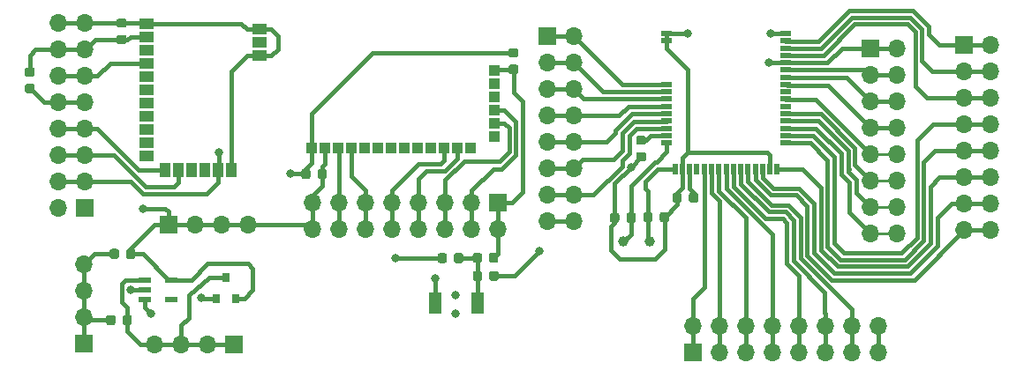
<source format=gbr>
G04 #@! TF.GenerationSoftware,KiCad,Pcbnew,(5.1.5)-3*
G04 #@! TF.CreationDate,2021-02-19T06:08:39+08:00*
G04 #@! TF.ProjectId,SMD810x_breakout,534d4438-3130-4785-9f62-7265616b6f75,rev?*
G04 #@! TF.SameCoordinates,Original*
G04 #@! TF.FileFunction,Copper,L1,Top*
G04 #@! TF.FilePolarity,Positive*
%FSLAX46Y46*%
G04 Gerber Fmt 4.6, Leading zero omitted, Abs format (unit mm)*
G04 Created by KiCad (PCBNEW (5.1.5)-3) date 2021-02-19 06:08:39*
%MOMM*%
%LPD*%
G04 APERTURE LIST*
%ADD10C,0.100000*%
%ADD11R,1.700000X1.700000*%
%ADD12O,1.700000X1.700000*%
%ADD13R,1.300000X2.000000*%
%ADD14C,0.800000*%
%ADD15R,1.400000X1.000000*%
%ADD16R,1.000000X1.400000*%
%ADD17R,0.800000X0.900000*%
%ADD18R,1.270000X0.500000*%
%ADD19R,1.000000X1.000000*%
%ADD20R,1.000000X0.500000*%
%ADD21R,0.500000X1.000000*%
%ADD22C,1.000000*%
%ADD23C,0.450000*%
%ADD24C,0.400000*%
%ADD25C,0.250000*%
G04 APERTURE END LIST*
G04 #@! TA.AperFunction,SMDPad,CuDef*
D10*
G36*
X108876091Y-93709253D02*
G01*
X108897326Y-93712403D01*
X108918150Y-93717619D01*
X108938362Y-93724851D01*
X108957768Y-93734030D01*
X108976181Y-93745066D01*
X108993424Y-93757854D01*
X109009330Y-93772270D01*
X109023746Y-93788176D01*
X109036534Y-93805419D01*
X109047570Y-93823832D01*
X109056749Y-93843238D01*
X109063981Y-93863450D01*
X109069197Y-93884274D01*
X109072347Y-93905509D01*
X109073400Y-93926950D01*
X109073400Y-94439450D01*
X109072347Y-94460891D01*
X109069197Y-94482126D01*
X109063981Y-94502950D01*
X109056749Y-94523162D01*
X109047570Y-94542568D01*
X109036534Y-94560981D01*
X109023746Y-94578224D01*
X109009330Y-94594130D01*
X108993424Y-94608546D01*
X108976181Y-94621334D01*
X108957768Y-94632370D01*
X108938362Y-94641549D01*
X108918150Y-94648781D01*
X108897326Y-94653997D01*
X108876091Y-94657147D01*
X108854650Y-94658200D01*
X108417150Y-94658200D01*
X108395709Y-94657147D01*
X108374474Y-94653997D01*
X108353650Y-94648781D01*
X108333438Y-94641549D01*
X108314032Y-94632370D01*
X108295619Y-94621334D01*
X108278376Y-94608546D01*
X108262470Y-94594130D01*
X108248054Y-94578224D01*
X108235266Y-94560981D01*
X108224230Y-94542568D01*
X108215051Y-94523162D01*
X108207819Y-94502950D01*
X108202603Y-94482126D01*
X108199453Y-94460891D01*
X108198400Y-94439450D01*
X108198400Y-93926950D01*
X108199453Y-93905509D01*
X108202603Y-93884274D01*
X108207819Y-93863450D01*
X108215051Y-93843238D01*
X108224230Y-93823832D01*
X108235266Y-93805419D01*
X108248054Y-93788176D01*
X108262470Y-93772270D01*
X108278376Y-93757854D01*
X108295619Y-93745066D01*
X108314032Y-93734030D01*
X108333438Y-93724851D01*
X108353650Y-93717619D01*
X108374474Y-93712403D01*
X108395709Y-93709253D01*
X108417150Y-93708200D01*
X108854650Y-93708200D01*
X108876091Y-93709253D01*
G37*
G04 #@! TD.AperFunction*
G04 #@! TA.AperFunction,SMDPad,CuDef*
G36*
X107301091Y-93709253D02*
G01*
X107322326Y-93712403D01*
X107343150Y-93717619D01*
X107363362Y-93724851D01*
X107382768Y-93734030D01*
X107401181Y-93745066D01*
X107418424Y-93757854D01*
X107434330Y-93772270D01*
X107448746Y-93788176D01*
X107461534Y-93805419D01*
X107472570Y-93823832D01*
X107481749Y-93843238D01*
X107488981Y-93863450D01*
X107494197Y-93884274D01*
X107497347Y-93905509D01*
X107498400Y-93926950D01*
X107498400Y-94439450D01*
X107497347Y-94460891D01*
X107494197Y-94482126D01*
X107488981Y-94502950D01*
X107481749Y-94523162D01*
X107472570Y-94542568D01*
X107461534Y-94560981D01*
X107448746Y-94578224D01*
X107434330Y-94594130D01*
X107418424Y-94608546D01*
X107401181Y-94621334D01*
X107382768Y-94632370D01*
X107363362Y-94641549D01*
X107343150Y-94648781D01*
X107322326Y-94653997D01*
X107301091Y-94657147D01*
X107279650Y-94658200D01*
X106842150Y-94658200D01*
X106820709Y-94657147D01*
X106799474Y-94653997D01*
X106778650Y-94648781D01*
X106758438Y-94641549D01*
X106739032Y-94632370D01*
X106720619Y-94621334D01*
X106703376Y-94608546D01*
X106687470Y-94594130D01*
X106673054Y-94578224D01*
X106660266Y-94560981D01*
X106649230Y-94542568D01*
X106640051Y-94523162D01*
X106632819Y-94502950D01*
X106627603Y-94482126D01*
X106624453Y-94460891D01*
X106623400Y-94439450D01*
X106623400Y-93926950D01*
X106624453Y-93905509D01*
X106627603Y-93884274D01*
X106632819Y-93863450D01*
X106640051Y-93843238D01*
X106649230Y-93823832D01*
X106660266Y-93805419D01*
X106673054Y-93788176D01*
X106687470Y-93772270D01*
X106703376Y-93757854D01*
X106720619Y-93745066D01*
X106739032Y-93734030D01*
X106758438Y-93724851D01*
X106778650Y-93717619D01*
X106799474Y-93712403D01*
X106820709Y-93709253D01*
X106842150Y-93708200D01*
X107279650Y-93708200D01*
X107301091Y-93709253D01*
G37*
G04 #@! TD.AperFunction*
G04 #@! TA.AperFunction,SMDPad,CuDef*
G36*
X107642691Y-87346053D02*
G01*
X107663926Y-87349203D01*
X107684750Y-87354419D01*
X107704962Y-87361651D01*
X107724368Y-87370830D01*
X107742781Y-87381866D01*
X107760024Y-87394654D01*
X107775930Y-87409070D01*
X107790346Y-87424976D01*
X107803134Y-87442219D01*
X107814170Y-87460632D01*
X107823349Y-87480038D01*
X107830581Y-87500250D01*
X107835797Y-87521074D01*
X107838947Y-87542309D01*
X107840000Y-87563750D01*
X107840000Y-88076250D01*
X107838947Y-88097691D01*
X107835797Y-88118926D01*
X107830581Y-88139750D01*
X107823349Y-88159962D01*
X107814170Y-88179368D01*
X107803134Y-88197781D01*
X107790346Y-88215024D01*
X107775930Y-88230930D01*
X107760024Y-88245346D01*
X107742781Y-88258134D01*
X107724368Y-88269170D01*
X107704962Y-88278349D01*
X107684750Y-88285581D01*
X107663926Y-88290797D01*
X107642691Y-88293947D01*
X107621250Y-88295000D01*
X107183750Y-88295000D01*
X107162309Y-88293947D01*
X107141074Y-88290797D01*
X107120250Y-88285581D01*
X107100038Y-88278349D01*
X107080632Y-88269170D01*
X107062219Y-88258134D01*
X107044976Y-88245346D01*
X107029070Y-88230930D01*
X107014654Y-88215024D01*
X107001866Y-88197781D01*
X106990830Y-88179368D01*
X106981651Y-88159962D01*
X106974419Y-88139750D01*
X106969203Y-88118926D01*
X106966053Y-88097691D01*
X106965000Y-88076250D01*
X106965000Y-87563750D01*
X106966053Y-87542309D01*
X106969203Y-87521074D01*
X106974419Y-87500250D01*
X106981651Y-87480038D01*
X106990830Y-87460632D01*
X107001866Y-87442219D01*
X107014654Y-87424976D01*
X107029070Y-87409070D01*
X107044976Y-87394654D01*
X107062219Y-87381866D01*
X107080632Y-87370830D01*
X107100038Y-87361651D01*
X107120250Y-87354419D01*
X107141074Y-87349203D01*
X107162309Y-87346053D01*
X107183750Y-87345000D01*
X107621250Y-87345000D01*
X107642691Y-87346053D01*
G37*
G04 #@! TD.AperFunction*
G04 #@! TA.AperFunction,SMDPad,CuDef*
G36*
X109217691Y-87346053D02*
G01*
X109238926Y-87349203D01*
X109259750Y-87354419D01*
X109279962Y-87361651D01*
X109299368Y-87370830D01*
X109317781Y-87381866D01*
X109335024Y-87394654D01*
X109350930Y-87409070D01*
X109365346Y-87424976D01*
X109378134Y-87442219D01*
X109389170Y-87460632D01*
X109398349Y-87480038D01*
X109405581Y-87500250D01*
X109410797Y-87521074D01*
X109413947Y-87542309D01*
X109415000Y-87563750D01*
X109415000Y-88076250D01*
X109413947Y-88097691D01*
X109410797Y-88118926D01*
X109405581Y-88139750D01*
X109398349Y-88159962D01*
X109389170Y-88179368D01*
X109378134Y-88197781D01*
X109365346Y-88215024D01*
X109350930Y-88230930D01*
X109335024Y-88245346D01*
X109317781Y-88258134D01*
X109299368Y-88269170D01*
X109279962Y-88278349D01*
X109259750Y-88285581D01*
X109238926Y-88290797D01*
X109217691Y-88293947D01*
X109196250Y-88295000D01*
X108758750Y-88295000D01*
X108737309Y-88293947D01*
X108716074Y-88290797D01*
X108695250Y-88285581D01*
X108675038Y-88278349D01*
X108655632Y-88269170D01*
X108637219Y-88258134D01*
X108619976Y-88245346D01*
X108604070Y-88230930D01*
X108589654Y-88215024D01*
X108576866Y-88197781D01*
X108565830Y-88179368D01*
X108556651Y-88159962D01*
X108549419Y-88139750D01*
X108544203Y-88118926D01*
X108541053Y-88097691D01*
X108540000Y-88076250D01*
X108540000Y-87563750D01*
X108541053Y-87542309D01*
X108544203Y-87521074D01*
X108549419Y-87500250D01*
X108556651Y-87480038D01*
X108565830Y-87460632D01*
X108576866Y-87442219D01*
X108589654Y-87424976D01*
X108604070Y-87409070D01*
X108619976Y-87394654D01*
X108637219Y-87381866D01*
X108655632Y-87370830D01*
X108675038Y-87361651D01*
X108695250Y-87354419D01*
X108716074Y-87349203D01*
X108737309Y-87346053D01*
X108758750Y-87345000D01*
X109196250Y-87345000D01*
X109217691Y-87346053D01*
G37*
G04 #@! TD.AperFunction*
G04 #@! TA.AperFunction,SMDPad,CuDef*
G36*
X108377691Y-66791053D02*
G01*
X108398926Y-66794203D01*
X108419750Y-66799419D01*
X108439962Y-66806651D01*
X108459368Y-66815830D01*
X108477781Y-66826866D01*
X108495024Y-66839654D01*
X108510930Y-66854070D01*
X108525346Y-66869976D01*
X108538134Y-66887219D01*
X108549170Y-66905632D01*
X108558349Y-66925038D01*
X108565581Y-66945250D01*
X108570797Y-66966074D01*
X108573947Y-66987309D01*
X108575000Y-67008750D01*
X108575000Y-67446250D01*
X108573947Y-67467691D01*
X108570797Y-67488926D01*
X108565581Y-67509750D01*
X108558349Y-67529962D01*
X108549170Y-67549368D01*
X108538134Y-67567781D01*
X108525346Y-67585024D01*
X108510930Y-67600930D01*
X108495024Y-67615346D01*
X108477781Y-67628134D01*
X108459368Y-67639170D01*
X108439962Y-67648349D01*
X108419750Y-67655581D01*
X108398926Y-67660797D01*
X108377691Y-67663947D01*
X108356250Y-67665000D01*
X107843750Y-67665000D01*
X107822309Y-67663947D01*
X107801074Y-67660797D01*
X107780250Y-67655581D01*
X107760038Y-67648349D01*
X107740632Y-67639170D01*
X107722219Y-67628134D01*
X107704976Y-67615346D01*
X107689070Y-67600930D01*
X107674654Y-67585024D01*
X107661866Y-67567781D01*
X107650830Y-67549368D01*
X107641651Y-67529962D01*
X107634419Y-67509750D01*
X107629203Y-67488926D01*
X107626053Y-67467691D01*
X107625000Y-67446250D01*
X107625000Y-67008750D01*
X107626053Y-66987309D01*
X107629203Y-66966074D01*
X107634419Y-66945250D01*
X107641651Y-66925038D01*
X107650830Y-66905632D01*
X107661866Y-66887219D01*
X107674654Y-66869976D01*
X107689070Y-66854070D01*
X107704976Y-66839654D01*
X107722219Y-66826866D01*
X107740632Y-66815830D01*
X107760038Y-66806651D01*
X107780250Y-66799419D01*
X107801074Y-66794203D01*
X107822309Y-66791053D01*
X107843750Y-66790000D01*
X108356250Y-66790000D01*
X108377691Y-66791053D01*
G37*
G04 #@! TD.AperFunction*
G04 #@! TA.AperFunction,SMDPad,CuDef*
G36*
X108377691Y-65216053D02*
G01*
X108398926Y-65219203D01*
X108419750Y-65224419D01*
X108439962Y-65231651D01*
X108459368Y-65240830D01*
X108477781Y-65251866D01*
X108495024Y-65264654D01*
X108510930Y-65279070D01*
X108525346Y-65294976D01*
X108538134Y-65312219D01*
X108549170Y-65330632D01*
X108558349Y-65350038D01*
X108565581Y-65370250D01*
X108570797Y-65391074D01*
X108573947Y-65412309D01*
X108575000Y-65433750D01*
X108575000Y-65871250D01*
X108573947Y-65892691D01*
X108570797Y-65913926D01*
X108565581Y-65934750D01*
X108558349Y-65954962D01*
X108549170Y-65974368D01*
X108538134Y-65992781D01*
X108525346Y-66010024D01*
X108510930Y-66025930D01*
X108495024Y-66040346D01*
X108477781Y-66053134D01*
X108459368Y-66064170D01*
X108439962Y-66073349D01*
X108419750Y-66080581D01*
X108398926Y-66085797D01*
X108377691Y-66088947D01*
X108356250Y-66090000D01*
X107843750Y-66090000D01*
X107822309Y-66088947D01*
X107801074Y-66085797D01*
X107780250Y-66080581D01*
X107760038Y-66073349D01*
X107740632Y-66064170D01*
X107722219Y-66053134D01*
X107704976Y-66040346D01*
X107689070Y-66025930D01*
X107674654Y-66010024D01*
X107661866Y-65992781D01*
X107650830Y-65974368D01*
X107641651Y-65954962D01*
X107634419Y-65934750D01*
X107629203Y-65913926D01*
X107626053Y-65892691D01*
X107625000Y-65871250D01*
X107625000Y-65433750D01*
X107626053Y-65412309D01*
X107629203Y-65391074D01*
X107634419Y-65370250D01*
X107641651Y-65350038D01*
X107650830Y-65330632D01*
X107661866Y-65312219D01*
X107674654Y-65294976D01*
X107689070Y-65279070D01*
X107704976Y-65264654D01*
X107722219Y-65251866D01*
X107740632Y-65240830D01*
X107760038Y-65231651D01*
X107780250Y-65224419D01*
X107801074Y-65219203D01*
X107822309Y-65216053D01*
X107843750Y-65215000D01*
X108356250Y-65215000D01*
X108377691Y-65216053D01*
G37*
G04 #@! TD.AperFunction*
D11*
X118900000Y-96550000D03*
D12*
X116360000Y-96550000D03*
X113820000Y-96550000D03*
X111280000Y-96550000D03*
X120220000Y-85050000D03*
X117680000Y-85050000D03*
X115140000Y-85050000D03*
D11*
X112600000Y-85050000D03*
X104440000Y-96480000D03*
D12*
X104440000Y-93940000D03*
X104440000Y-91400000D03*
X104440000Y-88860000D03*
D11*
X104560000Y-83450000D03*
D12*
X102020000Y-83450000D03*
X104560000Y-80910000D03*
X102020000Y-80910000D03*
X104560000Y-78370000D03*
X102020000Y-78370000D03*
X104560000Y-75830000D03*
X102020000Y-75830000D03*
X104560000Y-73290000D03*
X102020000Y-73290000D03*
X104560000Y-70750000D03*
X102020000Y-70750000D03*
X104560000Y-68210000D03*
X102020000Y-68210000D03*
X104560000Y-65670000D03*
X102020000Y-65670000D03*
X126440000Y-85480000D03*
X126440000Y-82940000D03*
X128980000Y-85480000D03*
X128980000Y-82940000D03*
X131520000Y-85480000D03*
X131520000Y-82940000D03*
X134060000Y-85480000D03*
X134060000Y-82940000D03*
X136600000Y-85480000D03*
X136600000Y-82940000D03*
X139140000Y-85480000D03*
X139140000Y-82940000D03*
X141680000Y-85480000D03*
X141680000Y-82940000D03*
X144220000Y-85480000D03*
D11*
X144220000Y-82940000D03*
D13*
X138180000Y-92590000D03*
X142280000Y-92590000D03*
D14*
X140110000Y-91760000D03*
X140110000Y-93584000D03*
D15*
X121295000Y-68804200D03*
X121295000Y-67534200D03*
X121295000Y-66264200D03*
D16*
X118628000Y-79773000D03*
X117358000Y-79773000D03*
X116088000Y-79773000D03*
X114818000Y-79773000D03*
X113548000Y-79773000D03*
X112278000Y-79773000D03*
D15*
X110500000Y-78380000D03*
X110500000Y-77110000D03*
X110500000Y-75840000D03*
X110500000Y-74570000D03*
X110500000Y-73300000D03*
X110500000Y-72030000D03*
X110500000Y-70760000D03*
X110500000Y-69490000D03*
X110500000Y-68220000D03*
X110500000Y-66950000D03*
X110500000Y-65680000D03*
D17*
X117160000Y-92100000D03*
X119060000Y-92100000D03*
X118110000Y-90100000D03*
G04 #@! TA.AperFunction,SMDPad,CuDef*
D10*
G36*
X158197691Y-76476053D02*
G01*
X158218926Y-76479203D01*
X158239750Y-76484419D01*
X158259962Y-76491651D01*
X158279368Y-76500830D01*
X158297781Y-76511866D01*
X158315024Y-76524654D01*
X158330930Y-76539070D01*
X158345346Y-76554976D01*
X158358134Y-76572219D01*
X158369170Y-76590632D01*
X158378349Y-76610038D01*
X158385581Y-76630250D01*
X158390797Y-76651074D01*
X158393947Y-76672309D01*
X158395000Y-76693750D01*
X158395000Y-77131250D01*
X158393947Y-77152691D01*
X158390797Y-77173926D01*
X158385581Y-77194750D01*
X158378349Y-77214962D01*
X158369170Y-77234368D01*
X158358134Y-77252781D01*
X158345346Y-77270024D01*
X158330930Y-77285930D01*
X158315024Y-77300346D01*
X158297781Y-77313134D01*
X158279368Y-77324170D01*
X158259962Y-77333349D01*
X158239750Y-77340581D01*
X158218926Y-77345797D01*
X158197691Y-77348947D01*
X158176250Y-77350000D01*
X157663750Y-77350000D01*
X157642309Y-77348947D01*
X157621074Y-77345797D01*
X157600250Y-77340581D01*
X157580038Y-77333349D01*
X157560632Y-77324170D01*
X157542219Y-77313134D01*
X157524976Y-77300346D01*
X157509070Y-77285930D01*
X157494654Y-77270024D01*
X157481866Y-77252781D01*
X157470830Y-77234368D01*
X157461651Y-77214962D01*
X157454419Y-77194750D01*
X157449203Y-77173926D01*
X157446053Y-77152691D01*
X157445000Y-77131250D01*
X157445000Y-76693750D01*
X157446053Y-76672309D01*
X157449203Y-76651074D01*
X157454419Y-76630250D01*
X157461651Y-76610038D01*
X157470830Y-76590632D01*
X157481866Y-76572219D01*
X157494654Y-76554976D01*
X157509070Y-76539070D01*
X157524976Y-76524654D01*
X157542219Y-76511866D01*
X157560632Y-76500830D01*
X157580038Y-76491651D01*
X157600250Y-76484419D01*
X157621074Y-76479203D01*
X157642309Y-76476053D01*
X157663750Y-76475000D01*
X158176250Y-76475000D01*
X158197691Y-76476053D01*
G37*
G04 #@! TD.AperFunction*
G04 #@! TA.AperFunction,SMDPad,CuDef*
G36*
X158197691Y-78051053D02*
G01*
X158218926Y-78054203D01*
X158239750Y-78059419D01*
X158259962Y-78066651D01*
X158279368Y-78075830D01*
X158297781Y-78086866D01*
X158315024Y-78099654D01*
X158330930Y-78114070D01*
X158345346Y-78129976D01*
X158358134Y-78147219D01*
X158369170Y-78165632D01*
X158378349Y-78185038D01*
X158385581Y-78205250D01*
X158390797Y-78226074D01*
X158393947Y-78247309D01*
X158395000Y-78268750D01*
X158395000Y-78706250D01*
X158393947Y-78727691D01*
X158390797Y-78748926D01*
X158385581Y-78769750D01*
X158378349Y-78789962D01*
X158369170Y-78809368D01*
X158358134Y-78827781D01*
X158345346Y-78845024D01*
X158330930Y-78860930D01*
X158315024Y-78875346D01*
X158297781Y-78888134D01*
X158279368Y-78899170D01*
X158259962Y-78908349D01*
X158239750Y-78915581D01*
X158218926Y-78920797D01*
X158197691Y-78923947D01*
X158176250Y-78925000D01*
X157663750Y-78925000D01*
X157642309Y-78923947D01*
X157621074Y-78920797D01*
X157600250Y-78915581D01*
X157580038Y-78908349D01*
X157560632Y-78899170D01*
X157542219Y-78888134D01*
X157524976Y-78875346D01*
X157509070Y-78860930D01*
X157494654Y-78845024D01*
X157481866Y-78827781D01*
X157470830Y-78809368D01*
X157461651Y-78789962D01*
X157454419Y-78769750D01*
X157449203Y-78748926D01*
X157446053Y-78727691D01*
X157445000Y-78706250D01*
X157445000Y-78268750D01*
X157446053Y-78247309D01*
X157449203Y-78226074D01*
X157454419Y-78205250D01*
X157461651Y-78185038D01*
X157470830Y-78165632D01*
X157481866Y-78147219D01*
X157494654Y-78129976D01*
X157509070Y-78114070D01*
X157524976Y-78099654D01*
X157542219Y-78086866D01*
X157560632Y-78075830D01*
X157580038Y-78066651D01*
X157600250Y-78059419D01*
X157621074Y-78054203D01*
X157642309Y-78051053D01*
X157663750Y-78050000D01*
X158176250Y-78050000D01*
X158197691Y-78051053D01*
G37*
G04 #@! TD.AperFunction*
G04 #@! TA.AperFunction,SMDPad,CuDef*
G36*
X161612691Y-81946053D02*
G01*
X161633926Y-81949203D01*
X161654750Y-81954419D01*
X161674962Y-81961651D01*
X161694368Y-81970830D01*
X161712781Y-81981866D01*
X161730024Y-81994654D01*
X161745930Y-82009070D01*
X161760346Y-82024976D01*
X161773134Y-82042219D01*
X161784170Y-82060632D01*
X161793349Y-82080038D01*
X161800581Y-82100250D01*
X161805797Y-82121074D01*
X161808947Y-82142309D01*
X161810000Y-82163750D01*
X161810000Y-82676250D01*
X161808947Y-82697691D01*
X161805797Y-82718926D01*
X161800581Y-82739750D01*
X161793349Y-82759962D01*
X161784170Y-82779368D01*
X161773134Y-82797781D01*
X161760346Y-82815024D01*
X161745930Y-82830930D01*
X161730024Y-82845346D01*
X161712781Y-82858134D01*
X161694368Y-82869170D01*
X161674962Y-82878349D01*
X161654750Y-82885581D01*
X161633926Y-82890797D01*
X161612691Y-82893947D01*
X161591250Y-82895000D01*
X161153750Y-82895000D01*
X161132309Y-82893947D01*
X161111074Y-82890797D01*
X161090250Y-82885581D01*
X161070038Y-82878349D01*
X161050632Y-82869170D01*
X161032219Y-82858134D01*
X161014976Y-82845346D01*
X160999070Y-82830930D01*
X160984654Y-82815024D01*
X160971866Y-82797781D01*
X160960830Y-82779368D01*
X160951651Y-82759962D01*
X160944419Y-82739750D01*
X160939203Y-82718926D01*
X160936053Y-82697691D01*
X160935000Y-82676250D01*
X160935000Y-82163750D01*
X160936053Y-82142309D01*
X160939203Y-82121074D01*
X160944419Y-82100250D01*
X160951651Y-82080038D01*
X160960830Y-82060632D01*
X160971866Y-82042219D01*
X160984654Y-82024976D01*
X160999070Y-82009070D01*
X161014976Y-81994654D01*
X161032219Y-81981866D01*
X161050632Y-81970830D01*
X161070038Y-81961651D01*
X161090250Y-81954419D01*
X161111074Y-81949203D01*
X161132309Y-81946053D01*
X161153750Y-81945000D01*
X161591250Y-81945000D01*
X161612691Y-81946053D01*
G37*
G04 #@! TD.AperFunction*
G04 #@! TA.AperFunction,SMDPad,CuDef*
G36*
X163187691Y-81946053D02*
G01*
X163208926Y-81949203D01*
X163229750Y-81954419D01*
X163249962Y-81961651D01*
X163269368Y-81970830D01*
X163287781Y-81981866D01*
X163305024Y-81994654D01*
X163320930Y-82009070D01*
X163335346Y-82024976D01*
X163348134Y-82042219D01*
X163359170Y-82060632D01*
X163368349Y-82080038D01*
X163375581Y-82100250D01*
X163380797Y-82121074D01*
X163383947Y-82142309D01*
X163385000Y-82163750D01*
X163385000Y-82676250D01*
X163383947Y-82697691D01*
X163380797Y-82718926D01*
X163375581Y-82739750D01*
X163368349Y-82759962D01*
X163359170Y-82779368D01*
X163348134Y-82797781D01*
X163335346Y-82815024D01*
X163320930Y-82830930D01*
X163305024Y-82845346D01*
X163287781Y-82858134D01*
X163269368Y-82869170D01*
X163249962Y-82878349D01*
X163229750Y-82885581D01*
X163208926Y-82890797D01*
X163187691Y-82893947D01*
X163166250Y-82895000D01*
X162728750Y-82895000D01*
X162707309Y-82893947D01*
X162686074Y-82890797D01*
X162665250Y-82885581D01*
X162645038Y-82878349D01*
X162625632Y-82869170D01*
X162607219Y-82858134D01*
X162589976Y-82845346D01*
X162574070Y-82830930D01*
X162559654Y-82815024D01*
X162546866Y-82797781D01*
X162535830Y-82779368D01*
X162526651Y-82759962D01*
X162519419Y-82739750D01*
X162514203Y-82718926D01*
X162511053Y-82697691D01*
X162510000Y-82676250D01*
X162510000Y-82163750D01*
X162511053Y-82142309D01*
X162514203Y-82121074D01*
X162519419Y-82100250D01*
X162526651Y-82080038D01*
X162535830Y-82060632D01*
X162546866Y-82042219D01*
X162559654Y-82024976D01*
X162574070Y-82009070D01*
X162589976Y-81994654D01*
X162607219Y-81981866D01*
X162625632Y-81970830D01*
X162645038Y-81961651D01*
X162665250Y-81954419D01*
X162686074Y-81949203D01*
X162707309Y-81946053D01*
X162728750Y-81945000D01*
X163166250Y-81945000D01*
X163187691Y-81946053D01*
G37*
G04 #@! TD.AperFunction*
G04 #@! TA.AperFunction,SMDPad,CuDef*
G36*
X145957691Y-69651053D02*
G01*
X145978926Y-69654203D01*
X145999750Y-69659419D01*
X146019962Y-69666651D01*
X146039368Y-69675830D01*
X146057781Y-69686866D01*
X146075024Y-69699654D01*
X146090930Y-69714070D01*
X146105346Y-69729976D01*
X146118134Y-69747219D01*
X146129170Y-69765632D01*
X146138349Y-69785038D01*
X146145581Y-69805250D01*
X146150797Y-69826074D01*
X146153947Y-69847309D01*
X146155000Y-69868750D01*
X146155000Y-70306250D01*
X146153947Y-70327691D01*
X146150797Y-70348926D01*
X146145581Y-70369750D01*
X146138349Y-70389962D01*
X146129170Y-70409368D01*
X146118134Y-70427781D01*
X146105346Y-70445024D01*
X146090930Y-70460930D01*
X146075024Y-70475346D01*
X146057781Y-70488134D01*
X146039368Y-70499170D01*
X146019962Y-70508349D01*
X145999750Y-70515581D01*
X145978926Y-70520797D01*
X145957691Y-70523947D01*
X145936250Y-70525000D01*
X145423750Y-70525000D01*
X145402309Y-70523947D01*
X145381074Y-70520797D01*
X145360250Y-70515581D01*
X145340038Y-70508349D01*
X145320632Y-70499170D01*
X145302219Y-70488134D01*
X145284976Y-70475346D01*
X145269070Y-70460930D01*
X145254654Y-70445024D01*
X145241866Y-70427781D01*
X145230830Y-70409368D01*
X145221651Y-70389962D01*
X145214419Y-70369750D01*
X145209203Y-70348926D01*
X145206053Y-70327691D01*
X145205000Y-70306250D01*
X145205000Y-69868750D01*
X145206053Y-69847309D01*
X145209203Y-69826074D01*
X145214419Y-69805250D01*
X145221651Y-69785038D01*
X145230830Y-69765632D01*
X145241866Y-69747219D01*
X145254654Y-69729976D01*
X145269070Y-69714070D01*
X145284976Y-69699654D01*
X145302219Y-69686866D01*
X145320632Y-69675830D01*
X145340038Y-69666651D01*
X145360250Y-69659419D01*
X145381074Y-69654203D01*
X145402309Y-69651053D01*
X145423750Y-69650000D01*
X145936250Y-69650000D01*
X145957691Y-69651053D01*
G37*
G04 #@! TD.AperFunction*
G04 #@! TA.AperFunction,SMDPad,CuDef*
G36*
X145957691Y-68076053D02*
G01*
X145978926Y-68079203D01*
X145999750Y-68084419D01*
X146019962Y-68091651D01*
X146039368Y-68100830D01*
X146057781Y-68111866D01*
X146075024Y-68124654D01*
X146090930Y-68139070D01*
X146105346Y-68154976D01*
X146118134Y-68172219D01*
X146129170Y-68190632D01*
X146138349Y-68210038D01*
X146145581Y-68230250D01*
X146150797Y-68251074D01*
X146153947Y-68272309D01*
X146155000Y-68293750D01*
X146155000Y-68731250D01*
X146153947Y-68752691D01*
X146150797Y-68773926D01*
X146145581Y-68794750D01*
X146138349Y-68814962D01*
X146129170Y-68834368D01*
X146118134Y-68852781D01*
X146105346Y-68870024D01*
X146090930Y-68885930D01*
X146075024Y-68900346D01*
X146057781Y-68913134D01*
X146039368Y-68924170D01*
X146019962Y-68933349D01*
X145999750Y-68940581D01*
X145978926Y-68945797D01*
X145957691Y-68948947D01*
X145936250Y-68950000D01*
X145423750Y-68950000D01*
X145402309Y-68948947D01*
X145381074Y-68945797D01*
X145360250Y-68940581D01*
X145340038Y-68933349D01*
X145320632Y-68924170D01*
X145302219Y-68913134D01*
X145284976Y-68900346D01*
X145269070Y-68885930D01*
X145254654Y-68870024D01*
X145241866Y-68852781D01*
X145230830Y-68834368D01*
X145221651Y-68814962D01*
X145214419Y-68794750D01*
X145209203Y-68773926D01*
X145206053Y-68752691D01*
X145205000Y-68731250D01*
X145205000Y-68293750D01*
X145206053Y-68272309D01*
X145209203Y-68251074D01*
X145214419Y-68230250D01*
X145221651Y-68210038D01*
X145230830Y-68190632D01*
X145241866Y-68172219D01*
X145254654Y-68154976D01*
X145269070Y-68139070D01*
X145284976Y-68124654D01*
X145302219Y-68111866D01*
X145320632Y-68100830D01*
X145340038Y-68091651D01*
X145360250Y-68084419D01*
X145381074Y-68079203D01*
X145402309Y-68076053D01*
X145423750Y-68075000D01*
X145936250Y-68075000D01*
X145957691Y-68076053D01*
G37*
G04 #@! TD.AperFunction*
G04 #@! TA.AperFunction,SMDPad,CuDef*
G36*
X157207691Y-83876053D02*
G01*
X157228926Y-83879203D01*
X157249750Y-83884419D01*
X157269962Y-83891651D01*
X157289368Y-83900830D01*
X157307781Y-83911866D01*
X157325024Y-83924654D01*
X157340930Y-83939070D01*
X157355346Y-83954976D01*
X157368134Y-83972219D01*
X157379170Y-83990632D01*
X157388349Y-84010038D01*
X157395581Y-84030250D01*
X157400797Y-84051074D01*
X157403947Y-84072309D01*
X157405000Y-84093750D01*
X157405000Y-84606250D01*
X157403947Y-84627691D01*
X157400797Y-84648926D01*
X157395581Y-84669750D01*
X157388349Y-84689962D01*
X157379170Y-84709368D01*
X157368134Y-84727781D01*
X157355346Y-84745024D01*
X157340930Y-84760930D01*
X157325024Y-84775346D01*
X157307781Y-84788134D01*
X157289368Y-84799170D01*
X157269962Y-84808349D01*
X157249750Y-84815581D01*
X157228926Y-84820797D01*
X157207691Y-84823947D01*
X157186250Y-84825000D01*
X156748750Y-84825000D01*
X156727309Y-84823947D01*
X156706074Y-84820797D01*
X156685250Y-84815581D01*
X156665038Y-84808349D01*
X156645632Y-84799170D01*
X156627219Y-84788134D01*
X156609976Y-84775346D01*
X156594070Y-84760930D01*
X156579654Y-84745024D01*
X156566866Y-84727781D01*
X156555830Y-84709368D01*
X156546651Y-84689962D01*
X156539419Y-84669750D01*
X156534203Y-84648926D01*
X156531053Y-84627691D01*
X156530000Y-84606250D01*
X156530000Y-84093750D01*
X156531053Y-84072309D01*
X156534203Y-84051074D01*
X156539419Y-84030250D01*
X156546651Y-84010038D01*
X156555830Y-83990632D01*
X156566866Y-83972219D01*
X156579654Y-83954976D01*
X156594070Y-83939070D01*
X156609976Y-83924654D01*
X156627219Y-83911866D01*
X156645632Y-83900830D01*
X156665038Y-83891651D01*
X156685250Y-83884419D01*
X156706074Y-83879203D01*
X156727309Y-83876053D01*
X156748750Y-83875000D01*
X157186250Y-83875000D01*
X157207691Y-83876053D01*
G37*
G04 #@! TD.AperFunction*
G04 #@! TA.AperFunction,SMDPad,CuDef*
G36*
X155632691Y-83876053D02*
G01*
X155653926Y-83879203D01*
X155674750Y-83884419D01*
X155694962Y-83891651D01*
X155714368Y-83900830D01*
X155732781Y-83911866D01*
X155750024Y-83924654D01*
X155765930Y-83939070D01*
X155780346Y-83954976D01*
X155793134Y-83972219D01*
X155804170Y-83990632D01*
X155813349Y-84010038D01*
X155820581Y-84030250D01*
X155825797Y-84051074D01*
X155828947Y-84072309D01*
X155830000Y-84093750D01*
X155830000Y-84606250D01*
X155828947Y-84627691D01*
X155825797Y-84648926D01*
X155820581Y-84669750D01*
X155813349Y-84689962D01*
X155804170Y-84709368D01*
X155793134Y-84727781D01*
X155780346Y-84745024D01*
X155765930Y-84760930D01*
X155750024Y-84775346D01*
X155732781Y-84788134D01*
X155714368Y-84799170D01*
X155694962Y-84808349D01*
X155674750Y-84815581D01*
X155653926Y-84820797D01*
X155632691Y-84823947D01*
X155611250Y-84825000D01*
X155173750Y-84825000D01*
X155152309Y-84823947D01*
X155131074Y-84820797D01*
X155110250Y-84815581D01*
X155090038Y-84808349D01*
X155070632Y-84799170D01*
X155052219Y-84788134D01*
X155034976Y-84775346D01*
X155019070Y-84760930D01*
X155004654Y-84745024D01*
X154991866Y-84727781D01*
X154980830Y-84709368D01*
X154971651Y-84689962D01*
X154964419Y-84669750D01*
X154959203Y-84648926D01*
X154956053Y-84627691D01*
X154955000Y-84606250D01*
X154955000Y-84093750D01*
X154956053Y-84072309D01*
X154959203Y-84051074D01*
X154964419Y-84030250D01*
X154971651Y-84010038D01*
X154980830Y-83990632D01*
X154991866Y-83972219D01*
X155004654Y-83954976D01*
X155019070Y-83939070D01*
X155034976Y-83924654D01*
X155052219Y-83911866D01*
X155070632Y-83900830D01*
X155090038Y-83891651D01*
X155110250Y-83884419D01*
X155131074Y-83879203D01*
X155152309Y-83876053D01*
X155173750Y-83875000D01*
X155611250Y-83875000D01*
X155632691Y-83876053D01*
G37*
G04 #@! TD.AperFunction*
G04 #@! TA.AperFunction,SMDPad,CuDef*
G36*
X160397691Y-83826053D02*
G01*
X160418926Y-83829203D01*
X160439750Y-83834419D01*
X160459962Y-83841651D01*
X160479368Y-83850830D01*
X160497781Y-83861866D01*
X160515024Y-83874654D01*
X160530930Y-83889070D01*
X160545346Y-83904976D01*
X160558134Y-83922219D01*
X160569170Y-83940632D01*
X160578349Y-83960038D01*
X160585581Y-83980250D01*
X160590797Y-84001074D01*
X160593947Y-84022309D01*
X160595000Y-84043750D01*
X160595000Y-84556250D01*
X160593947Y-84577691D01*
X160590797Y-84598926D01*
X160585581Y-84619750D01*
X160578349Y-84639962D01*
X160569170Y-84659368D01*
X160558134Y-84677781D01*
X160545346Y-84695024D01*
X160530930Y-84710930D01*
X160515024Y-84725346D01*
X160497781Y-84738134D01*
X160479368Y-84749170D01*
X160459962Y-84758349D01*
X160439750Y-84765581D01*
X160418926Y-84770797D01*
X160397691Y-84773947D01*
X160376250Y-84775000D01*
X159938750Y-84775000D01*
X159917309Y-84773947D01*
X159896074Y-84770797D01*
X159875250Y-84765581D01*
X159855038Y-84758349D01*
X159835632Y-84749170D01*
X159817219Y-84738134D01*
X159799976Y-84725346D01*
X159784070Y-84710930D01*
X159769654Y-84695024D01*
X159756866Y-84677781D01*
X159745830Y-84659368D01*
X159736651Y-84639962D01*
X159729419Y-84619750D01*
X159724203Y-84598926D01*
X159721053Y-84577691D01*
X159720000Y-84556250D01*
X159720000Y-84043750D01*
X159721053Y-84022309D01*
X159724203Y-84001074D01*
X159729419Y-83980250D01*
X159736651Y-83960038D01*
X159745830Y-83940632D01*
X159756866Y-83922219D01*
X159769654Y-83904976D01*
X159784070Y-83889070D01*
X159799976Y-83874654D01*
X159817219Y-83861866D01*
X159835632Y-83850830D01*
X159855038Y-83841651D01*
X159875250Y-83834419D01*
X159896074Y-83829203D01*
X159917309Y-83826053D01*
X159938750Y-83825000D01*
X160376250Y-83825000D01*
X160397691Y-83826053D01*
G37*
G04 #@! TD.AperFunction*
G04 #@! TA.AperFunction,SMDPad,CuDef*
G36*
X158822691Y-83826053D02*
G01*
X158843926Y-83829203D01*
X158864750Y-83834419D01*
X158884962Y-83841651D01*
X158904368Y-83850830D01*
X158922781Y-83861866D01*
X158940024Y-83874654D01*
X158955930Y-83889070D01*
X158970346Y-83904976D01*
X158983134Y-83922219D01*
X158994170Y-83940632D01*
X159003349Y-83960038D01*
X159010581Y-83980250D01*
X159015797Y-84001074D01*
X159018947Y-84022309D01*
X159020000Y-84043750D01*
X159020000Y-84556250D01*
X159018947Y-84577691D01*
X159015797Y-84598926D01*
X159010581Y-84619750D01*
X159003349Y-84639962D01*
X158994170Y-84659368D01*
X158983134Y-84677781D01*
X158970346Y-84695024D01*
X158955930Y-84710930D01*
X158940024Y-84725346D01*
X158922781Y-84738134D01*
X158904368Y-84749170D01*
X158884962Y-84758349D01*
X158864750Y-84765581D01*
X158843926Y-84770797D01*
X158822691Y-84773947D01*
X158801250Y-84775000D01*
X158363750Y-84775000D01*
X158342309Y-84773947D01*
X158321074Y-84770797D01*
X158300250Y-84765581D01*
X158280038Y-84758349D01*
X158260632Y-84749170D01*
X158242219Y-84738134D01*
X158224976Y-84725346D01*
X158209070Y-84710930D01*
X158194654Y-84695024D01*
X158181866Y-84677781D01*
X158170830Y-84659368D01*
X158161651Y-84639962D01*
X158154419Y-84619750D01*
X158149203Y-84598926D01*
X158146053Y-84577691D01*
X158145000Y-84556250D01*
X158145000Y-84043750D01*
X158146053Y-84022309D01*
X158149203Y-84001074D01*
X158154419Y-83980250D01*
X158161651Y-83960038D01*
X158170830Y-83940632D01*
X158181866Y-83922219D01*
X158194654Y-83904976D01*
X158209070Y-83889070D01*
X158224976Y-83874654D01*
X158242219Y-83861866D01*
X158260632Y-83850830D01*
X158280038Y-83841651D01*
X158300250Y-83834419D01*
X158321074Y-83829203D01*
X158342309Y-83826053D01*
X158363750Y-83825000D01*
X158801250Y-83825000D01*
X158822691Y-83826053D01*
G37*
G04 #@! TD.AperFunction*
D12*
X182450000Y-85850000D03*
X179910000Y-85850000D03*
X182450000Y-83310000D03*
X179910000Y-83310000D03*
X182450000Y-80770000D03*
X179910000Y-80770000D03*
X182450000Y-78230000D03*
X179910000Y-78230000D03*
X182450000Y-75690000D03*
X179910000Y-75690000D03*
X182450000Y-73150000D03*
X179910000Y-73150000D03*
X182450000Y-70610000D03*
X179910000Y-70610000D03*
X182450000Y-68070000D03*
D11*
X179910000Y-68070000D03*
D12*
X191450000Y-85540000D03*
X188910000Y-85540000D03*
X191450000Y-83000000D03*
X188910000Y-83000000D03*
X191450000Y-80460000D03*
X188910000Y-80460000D03*
X191450000Y-77920000D03*
X188910000Y-77920000D03*
X191450000Y-75380000D03*
X188910000Y-75380000D03*
X191450000Y-72840000D03*
X188910000Y-72840000D03*
X191450000Y-70300000D03*
X188910000Y-70300000D03*
X191450000Y-67760000D03*
D11*
X188910000Y-67760000D03*
X162880000Y-97290000D03*
D12*
X162880000Y-94750000D03*
X165420000Y-97290000D03*
X165420000Y-94750000D03*
X167960000Y-97290000D03*
X167960000Y-94750000D03*
X170500000Y-97290000D03*
X170500000Y-94750000D03*
X173040000Y-97290000D03*
X173040000Y-94750000D03*
X175580000Y-97290000D03*
X175580000Y-94750000D03*
X178120000Y-97290000D03*
X178120000Y-94750000D03*
X180660000Y-97290000D03*
X180660000Y-94750000D03*
D11*
X148930000Y-66930000D03*
D12*
X151470000Y-66930000D03*
X148930000Y-69470000D03*
X151470000Y-69470000D03*
X148930000Y-72010000D03*
X151470000Y-72010000D03*
X148930000Y-74550000D03*
X151470000Y-74550000D03*
X148930000Y-77090000D03*
X151470000Y-77090000D03*
X148930000Y-79630000D03*
X151470000Y-79630000D03*
X148930000Y-82170000D03*
X151470000Y-82170000D03*
X148930000Y-84710000D03*
X151470000Y-84710000D03*
D18*
X110340000Y-90320000D03*
X110340000Y-91270000D03*
X110340000Y-92220000D03*
X112880000Y-92220000D03*
X112880000Y-90320000D03*
D19*
X126332000Y-77690000D03*
X127602000Y-77690000D03*
X128872000Y-77690000D03*
X130142000Y-77690000D03*
X131412000Y-77690000D03*
X132682000Y-77690000D03*
X133952000Y-77690000D03*
X135222000Y-77690000D03*
X136492000Y-77690000D03*
X137762000Y-77690000D03*
X139032000Y-77690000D03*
X140302000Y-77690000D03*
X141572000Y-77690000D03*
X143850000Y-76547000D03*
X143850000Y-75277000D03*
X143850000Y-74007000D03*
X143850000Y-72737000D03*
X143850000Y-71467000D03*
X143850000Y-70197000D03*
D20*
X160380000Y-77150000D03*
X160380000Y-76450000D03*
X160380000Y-75750000D03*
X160380000Y-75050000D03*
X160380000Y-74350000D03*
X160380000Y-73650000D03*
X160380000Y-72950000D03*
X160380000Y-72250000D03*
X160380000Y-71550000D03*
X160380000Y-67350000D03*
X160380000Y-66650000D03*
D21*
X161180000Y-79650000D03*
X161880000Y-79650000D03*
X162580000Y-79650000D03*
X163280000Y-79650000D03*
X163980000Y-79650000D03*
X164680000Y-79650000D03*
X165380000Y-79650000D03*
X166080000Y-79650000D03*
X166780000Y-79650000D03*
X167480000Y-79650000D03*
X168180000Y-79650000D03*
X168880000Y-79650000D03*
X169580000Y-79650000D03*
X170280000Y-79650000D03*
X170980000Y-79650000D03*
D20*
X171780000Y-77150000D03*
X171780000Y-76450000D03*
X171780000Y-75750000D03*
X171780000Y-75050000D03*
X171780000Y-72250000D03*
X171780000Y-74350000D03*
X171780000Y-73650000D03*
X171780000Y-72950000D03*
X171780000Y-69450000D03*
X171780000Y-71550000D03*
X171780000Y-70850000D03*
X171780000Y-70150000D03*
X171780000Y-66650000D03*
X171780000Y-68750000D03*
X171780000Y-68050000D03*
X171780000Y-67350000D03*
D22*
X156240000Y-86660000D03*
X158780000Y-86660000D03*
G04 #@! TA.AperFunction,SMDPad,CuDef*
D10*
G36*
X144027691Y-87736053D02*
G01*
X144048926Y-87739203D01*
X144069750Y-87744419D01*
X144089962Y-87751651D01*
X144109368Y-87760830D01*
X144127781Y-87771866D01*
X144145024Y-87784654D01*
X144160930Y-87799070D01*
X144175346Y-87814976D01*
X144188134Y-87832219D01*
X144199170Y-87850632D01*
X144208349Y-87870038D01*
X144215581Y-87890250D01*
X144220797Y-87911074D01*
X144223947Y-87932309D01*
X144225000Y-87953750D01*
X144225000Y-88466250D01*
X144223947Y-88487691D01*
X144220797Y-88508926D01*
X144215581Y-88529750D01*
X144208349Y-88549962D01*
X144199170Y-88569368D01*
X144188134Y-88587781D01*
X144175346Y-88605024D01*
X144160930Y-88620930D01*
X144145024Y-88635346D01*
X144127781Y-88648134D01*
X144109368Y-88659170D01*
X144089962Y-88668349D01*
X144069750Y-88675581D01*
X144048926Y-88680797D01*
X144027691Y-88683947D01*
X144006250Y-88685000D01*
X143568750Y-88685000D01*
X143547309Y-88683947D01*
X143526074Y-88680797D01*
X143505250Y-88675581D01*
X143485038Y-88668349D01*
X143465632Y-88659170D01*
X143447219Y-88648134D01*
X143429976Y-88635346D01*
X143414070Y-88620930D01*
X143399654Y-88605024D01*
X143386866Y-88587781D01*
X143375830Y-88569368D01*
X143366651Y-88549962D01*
X143359419Y-88529750D01*
X143354203Y-88508926D01*
X143351053Y-88487691D01*
X143350000Y-88466250D01*
X143350000Y-87953750D01*
X143351053Y-87932309D01*
X143354203Y-87911074D01*
X143359419Y-87890250D01*
X143366651Y-87870038D01*
X143375830Y-87850632D01*
X143386866Y-87832219D01*
X143399654Y-87814976D01*
X143414070Y-87799070D01*
X143429976Y-87784654D01*
X143447219Y-87771866D01*
X143465632Y-87760830D01*
X143485038Y-87751651D01*
X143505250Y-87744419D01*
X143526074Y-87739203D01*
X143547309Y-87736053D01*
X143568750Y-87735000D01*
X144006250Y-87735000D01*
X144027691Y-87736053D01*
G37*
G04 #@! TD.AperFunction*
G04 #@! TA.AperFunction,SMDPad,CuDef*
G36*
X142452691Y-87736053D02*
G01*
X142473926Y-87739203D01*
X142494750Y-87744419D01*
X142514962Y-87751651D01*
X142534368Y-87760830D01*
X142552781Y-87771866D01*
X142570024Y-87784654D01*
X142585930Y-87799070D01*
X142600346Y-87814976D01*
X142613134Y-87832219D01*
X142624170Y-87850632D01*
X142633349Y-87870038D01*
X142640581Y-87890250D01*
X142645797Y-87911074D01*
X142648947Y-87932309D01*
X142650000Y-87953750D01*
X142650000Y-88466250D01*
X142648947Y-88487691D01*
X142645797Y-88508926D01*
X142640581Y-88529750D01*
X142633349Y-88549962D01*
X142624170Y-88569368D01*
X142613134Y-88587781D01*
X142600346Y-88605024D01*
X142585930Y-88620930D01*
X142570024Y-88635346D01*
X142552781Y-88648134D01*
X142534368Y-88659170D01*
X142514962Y-88668349D01*
X142494750Y-88675581D01*
X142473926Y-88680797D01*
X142452691Y-88683947D01*
X142431250Y-88685000D01*
X141993750Y-88685000D01*
X141972309Y-88683947D01*
X141951074Y-88680797D01*
X141930250Y-88675581D01*
X141910038Y-88668349D01*
X141890632Y-88659170D01*
X141872219Y-88648134D01*
X141854976Y-88635346D01*
X141839070Y-88620930D01*
X141824654Y-88605024D01*
X141811866Y-88587781D01*
X141800830Y-88569368D01*
X141791651Y-88549962D01*
X141784419Y-88529750D01*
X141779203Y-88508926D01*
X141776053Y-88487691D01*
X141775000Y-88466250D01*
X141775000Y-87953750D01*
X141776053Y-87932309D01*
X141779203Y-87911074D01*
X141784419Y-87890250D01*
X141791651Y-87870038D01*
X141800830Y-87850632D01*
X141811866Y-87832219D01*
X141824654Y-87814976D01*
X141839070Y-87799070D01*
X141854976Y-87784654D01*
X141872219Y-87771866D01*
X141890632Y-87760830D01*
X141910038Y-87751651D01*
X141930250Y-87744419D01*
X141951074Y-87739203D01*
X141972309Y-87736053D01*
X141993750Y-87735000D01*
X142431250Y-87735000D01*
X142452691Y-87736053D01*
G37*
G04 #@! TD.AperFunction*
G04 #@! TA.AperFunction,SMDPad,CuDef*
G36*
X140667691Y-87756053D02*
G01*
X140688926Y-87759203D01*
X140709750Y-87764419D01*
X140729962Y-87771651D01*
X140749368Y-87780830D01*
X140767781Y-87791866D01*
X140785024Y-87804654D01*
X140800930Y-87819070D01*
X140815346Y-87834976D01*
X140828134Y-87852219D01*
X140839170Y-87870632D01*
X140848349Y-87890038D01*
X140855581Y-87910250D01*
X140860797Y-87931074D01*
X140863947Y-87952309D01*
X140865000Y-87973750D01*
X140865000Y-88486250D01*
X140863947Y-88507691D01*
X140860797Y-88528926D01*
X140855581Y-88549750D01*
X140848349Y-88569962D01*
X140839170Y-88589368D01*
X140828134Y-88607781D01*
X140815346Y-88625024D01*
X140800930Y-88640930D01*
X140785024Y-88655346D01*
X140767781Y-88668134D01*
X140749368Y-88679170D01*
X140729962Y-88688349D01*
X140709750Y-88695581D01*
X140688926Y-88700797D01*
X140667691Y-88703947D01*
X140646250Y-88705000D01*
X140208750Y-88705000D01*
X140187309Y-88703947D01*
X140166074Y-88700797D01*
X140145250Y-88695581D01*
X140125038Y-88688349D01*
X140105632Y-88679170D01*
X140087219Y-88668134D01*
X140069976Y-88655346D01*
X140054070Y-88640930D01*
X140039654Y-88625024D01*
X140026866Y-88607781D01*
X140015830Y-88589368D01*
X140006651Y-88569962D01*
X139999419Y-88549750D01*
X139994203Y-88528926D01*
X139991053Y-88507691D01*
X139990000Y-88486250D01*
X139990000Y-87973750D01*
X139991053Y-87952309D01*
X139994203Y-87931074D01*
X139999419Y-87910250D01*
X140006651Y-87890038D01*
X140015830Y-87870632D01*
X140026866Y-87852219D01*
X140039654Y-87834976D01*
X140054070Y-87819070D01*
X140069976Y-87804654D01*
X140087219Y-87791866D01*
X140105632Y-87780830D01*
X140125038Y-87771651D01*
X140145250Y-87764419D01*
X140166074Y-87759203D01*
X140187309Y-87756053D01*
X140208750Y-87755000D01*
X140646250Y-87755000D01*
X140667691Y-87756053D01*
G37*
G04 #@! TD.AperFunction*
G04 #@! TA.AperFunction,SMDPad,CuDef*
G36*
X139092691Y-87756053D02*
G01*
X139113926Y-87759203D01*
X139134750Y-87764419D01*
X139154962Y-87771651D01*
X139174368Y-87780830D01*
X139192781Y-87791866D01*
X139210024Y-87804654D01*
X139225930Y-87819070D01*
X139240346Y-87834976D01*
X139253134Y-87852219D01*
X139264170Y-87870632D01*
X139273349Y-87890038D01*
X139280581Y-87910250D01*
X139285797Y-87931074D01*
X139288947Y-87952309D01*
X139290000Y-87973750D01*
X139290000Y-88486250D01*
X139288947Y-88507691D01*
X139285797Y-88528926D01*
X139280581Y-88549750D01*
X139273349Y-88569962D01*
X139264170Y-88589368D01*
X139253134Y-88607781D01*
X139240346Y-88625024D01*
X139225930Y-88640930D01*
X139210024Y-88655346D01*
X139192781Y-88668134D01*
X139174368Y-88679170D01*
X139154962Y-88688349D01*
X139134750Y-88695581D01*
X139113926Y-88700797D01*
X139092691Y-88703947D01*
X139071250Y-88705000D01*
X138633750Y-88705000D01*
X138612309Y-88703947D01*
X138591074Y-88700797D01*
X138570250Y-88695581D01*
X138550038Y-88688349D01*
X138530632Y-88679170D01*
X138512219Y-88668134D01*
X138494976Y-88655346D01*
X138479070Y-88640930D01*
X138464654Y-88625024D01*
X138451866Y-88607781D01*
X138440830Y-88589368D01*
X138431651Y-88569962D01*
X138424419Y-88549750D01*
X138419203Y-88528926D01*
X138416053Y-88507691D01*
X138415000Y-88486250D01*
X138415000Y-87973750D01*
X138416053Y-87952309D01*
X138419203Y-87931074D01*
X138424419Y-87910250D01*
X138431651Y-87890038D01*
X138440830Y-87870632D01*
X138451866Y-87852219D01*
X138464654Y-87834976D01*
X138479070Y-87819070D01*
X138494976Y-87804654D01*
X138512219Y-87791866D01*
X138530632Y-87780830D01*
X138550038Y-87771651D01*
X138570250Y-87764419D01*
X138591074Y-87759203D01*
X138612309Y-87756053D01*
X138633750Y-87755000D01*
X139071250Y-87755000D01*
X139092691Y-87756053D01*
G37*
G04 #@! TD.AperFunction*
G04 #@! TA.AperFunction,SMDPad,CuDef*
G36*
X144047691Y-89466053D02*
G01*
X144068926Y-89469203D01*
X144089750Y-89474419D01*
X144109962Y-89481651D01*
X144129368Y-89490830D01*
X144147781Y-89501866D01*
X144165024Y-89514654D01*
X144180930Y-89529070D01*
X144195346Y-89544976D01*
X144208134Y-89562219D01*
X144219170Y-89580632D01*
X144228349Y-89600038D01*
X144235581Y-89620250D01*
X144240797Y-89641074D01*
X144243947Y-89662309D01*
X144245000Y-89683750D01*
X144245000Y-90196250D01*
X144243947Y-90217691D01*
X144240797Y-90238926D01*
X144235581Y-90259750D01*
X144228349Y-90279962D01*
X144219170Y-90299368D01*
X144208134Y-90317781D01*
X144195346Y-90335024D01*
X144180930Y-90350930D01*
X144165024Y-90365346D01*
X144147781Y-90378134D01*
X144129368Y-90389170D01*
X144109962Y-90398349D01*
X144089750Y-90405581D01*
X144068926Y-90410797D01*
X144047691Y-90413947D01*
X144026250Y-90415000D01*
X143588750Y-90415000D01*
X143567309Y-90413947D01*
X143546074Y-90410797D01*
X143525250Y-90405581D01*
X143505038Y-90398349D01*
X143485632Y-90389170D01*
X143467219Y-90378134D01*
X143449976Y-90365346D01*
X143434070Y-90350930D01*
X143419654Y-90335024D01*
X143406866Y-90317781D01*
X143395830Y-90299368D01*
X143386651Y-90279962D01*
X143379419Y-90259750D01*
X143374203Y-90238926D01*
X143371053Y-90217691D01*
X143370000Y-90196250D01*
X143370000Y-89683750D01*
X143371053Y-89662309D01*
X143374203Y-89641074D01*
X143379419Y-89620250D01*
X143386651Y-89600038D01*
X143395830Y-89580632D01*
X143406866Y-89562219D01*
X143419654Y-89544976D01*
X143434070Y-89529070D01*
X143449976Y-89514654D01*
X143467219Y-89501866D01*
X143485632Y-89490830D01*
X143505038Y-89481651D01*
X143525250Y-89474419D01*
X143546074Y-89469203D01*
X143567309Y-89466053D01*
X143588750Y-89465000D01*
X144026250Y-89465000D01*
X144047691Y-89466053D01*
G37*
G04 #@! TD.AperFunction*
G04 #@! TA.AperFunction,SMDPad,CuDef*
G36*
X142472691Y-89466053D02*
G01*
X142493926Y-89469203D01*
X142514750Y-89474419D01*
X142534962Y-89481651D01*
X142554368Y-89490830D01*
X142572781Y-89501866D01*
X142590024Y-89514654D01*
X142605930Y-89529070D01*
X142620346Y-89544976D01*
X142633134Y-89562219D01*
X142644170Y-89580632D01*
X142653349Y-89600038D01*
X142660581Y-89620250D01*
X142665797Y-89641074D01*
X142668947Y-89662309D01*
X142670000Y-89683750D01*
X142670000Y-90196250D01*
X142668947Y-90217691D01*
X142665797Y-90238926D01*
X142660581Y-90259750D01*
X142653349Y-90279962D01*
X142644170Y-90299368D01*
X142633134Y-90317781D01*
X142620346Y-90335024D01*
X142605930Y-90350930D01*
X142590024Y-90365346D01*
X142572781Y-90378134D01*
X142554368Y-90389170D01*
X142534962Y-90398349D01*
X142514750Y-90405581D01*
X142493926Y-90410797D01*
X142472691Y-90413947D01*
X142451250Y-90415000D01*
X142013750Y-90415000D01*
X141992309Y-90413947D01*
X141971074Y-90410797D01*
X141950250Y-90405581D01*
X141930038Y-90398349D01*
X141910632Y-90389170D01*
X141892219Y-90378134D01*
X141874976Y-90365346D01*
X141859070Y-90350930D01*
X141844654Y-90335024D01*
X141831866Y-90317781D01*
X141820830Y-90299368D01*
X141811651Y-90279962D01*
X141804419Y-90259750D01*
X141799203Y-90238926D01*
X141796053Y-90217691D01*
X141795000Y-90196250D01*
X141795000Y-89683750D01*
X141796053Y-89662309D01*
X141799203Y-89641074D01*
X141804419Y-89620250D01*
X141811651Y-89600038D01*
X141820830Y-89580632D01*
X141831866Y-89562219D01*
X141844654Y-89544976D01*
X141859070Y-89529070D01*
X141874976Y-89514654D01*
X141892219Y-89501866D01*
X141910632Y-89490830D01*
X141930038Y-89481651D01*
X141950250Y-89474419D01*
X141971074Y-89469203D01*
X141992309Y-89466053D01*
X142013750Y-89465000D01*
X142451250Y-89465000D01*
X142472691Y-89466053D01*
G37*
G04 #@! TD.AperFunction*
G04 #@! TA.AperFunction,SMDPad,CuDef*
G36*
X127587691Y-79666053D02*
G01*
X127608926Y-79669203D01*
X127629750Y-79674419D01*
X127649962Y-79681651D01*
X127669368Y-79690830D01*
X127687781Y-79701866D01*
X127705024Y-79714654D01*
X127720930Y-79729070D01*
X127735346Y-79744976D01*
X127748134Y-79762219D01*
X127759170Y-79780632D01*
X127768349Y-79800038D01*
X127775581Y-79820250D01*
X127780797Y-79841074D01*
X127783947Y-79862309D01*
X127785000Y-79883750D01*
X127785000Y-80396250D01*
X127783947Y-80417691D01*
X127780797Y-80438926D01*
X127775581Y-80459750D01*
X127768349Y-80479962D01*
X127759170Y-80499368D01*
X127748134Y-80517781D01*
X127735346Y-80535024D01*
X127720930Y-80550930D01*
X127705024Y-80565346D01*
X127687781Y-80578134D01*
X127669368Y-80589170D01*
X127649962Y-80598349D01*
X127629750Y-80605581D01*
X127608926Y-80610797D01*
X127587691Y-80613947D01*
X127566250Y-80615000D01*
X127128750Y-80615000D01*
X127107309Y-80613947D01*
X127086074Y-80610797D01*
X127065250Y-80605581D01*
X127045038Y-80598349D01*
X127025632Y-80589170D01*
X127007219Y-80578134D01*
X126989976Y-80565346D01*
X126974070Y-80550930D01*
X126959654Y-80535024D01*
X126946866Y-80517781D01*
X126935830Y-80499368D01*
X126926651Y-80479962D01*
X126919419Y-80459750D01*
X126914203Y-80438926D01*
X126911053Y-80417691D01*
X126910000Y-80396250D01*
X126910000Y-79883750D01*
X126911053Y-79862309D01*
X126914203Y-79841074D01*
X126919419Y-79820250D01*
X126926651Y-79800038D01*
X126935830Y-79780632D01*
X126946866Y-79762219D01*
X126959654Y-79744976D01*
X126974070Y-79729070D01*
X126989976Y-79714654D01*
X127007219Y-79701866D01*
X127025632Y-79690830D01*
X127045038Y-79681651D01*
X127065250Y-79674419D01*
X127086074Y-79669203D01*
X127107309Y-79666053D01*
X127128750Y-79665000D01*
X127566250Y-79665000D01*
X127587691Y-79666053D01*
G37*
G04 #@! TD.AperFunction*
G04 #@! TA.AperFunction,SMDPad,CuDef*
G36*
X126012691Y-79666053D02*
G01*
X126033926Y-79669203D01*
X126054750Y-79674419D01*
X126074962Y-79681651D01*
X126094368Y-79690830D01*
X126112781Y-79701866D01*
X126130024Y-79714654D01*
X126145930Y-79729070D01*
X126160346Y-79744976D01*
X126173134Y-79762219D01*
X126184170Y-79780632D01*
X126193349Y-79800038D01*
X126200581Y-79820250D01*
X126205797Y-79841074D01*
X126208947Y-79862309D01*
X126210000Y-79883750D01*
X126210000Y-80396250D01*
X126208947Y-80417691D01*
X126205797Y-80438926D01*
X126200581Y-80459750D01*
X126193349Y-80479962D01*
X126184170Y-80499368D01*
X126173134Y-80517781D01*
X126160346Y-80535024D01*
X126145930Y-80550930D01*
X126130024Y-80565346D01*
X126112781Y-80578134D01*
X126094368Y-80589170D01*
X126074962Y-80598349D01*
X126054750Y-80605581D01*
X126033926Y-80610797D01*
X126012691Y-80613947D01*
X125991250Y-80615000D01*
X125553750Y-80615000D01*
X125532309Y-80613947D01*
X125511074Y-80610797D01*
X125490250Y-80605581D01*
X125470038Y-80598349D01*
X125450632Y-80589170D01*
X125432219Y-80578134D01*
X125414976Y-80565346D01*
X125399070Y-80550930D01*
X125384654Y-80535024D01*
X125371866Y-80517781D01*
X125360830Y-80499368D01*
X125351651Y-80479962D01*
X125344419Y-80459750D01*
X125339203Y-80438926D01*
X125336053Y-80417691D01*
X125335000Y-80396250D01*
X125335000Y-79883750D01*
X125336053Y-79862309D01*
X125339203Y-79841074D01*
X125344419Y-79820250D01*
X125351651Y-79800038D01*
X125360830Y-79780632D01*
X125371866Y-79762219D01*
X125384654Y-79744976D01*
X125399070Y-79729070D01*
X125414976Y-79714654D01*
X125432219Y-79701866D01*
X125450632Y-79690830D01*
X125470038Y-79681651D01*
X125490250Y-79674419D01*
X125511074Y-79669203D01*
X125532309Y-79666053D01*
X125553750Y-79665000D01*
X125991250Y-79665000D01*
X126012691Y-79666053D01*
G37*
G04 #@! TD.AperFunction*
G04 #@! TA.AperFunction,SMDPad,CuDef*
G36*
X99577691Y-71501053D02*
G01*
X99598926Y-71504203D01*
X99619750Y-71509419D01*
X99639962Y-71516651D01*
X99659368Y-71525830D01*
X99677781Y-71536866D01*
X99695024Y-71549654D01*
X99710930Y-71564070D01*
X99725346Y-71579976D01*
X99738134Y-71597219D01*
X99749170Y-71615632D01*
X99758349Y-71635038D01*
X99765581Y-71655250D01*
X99770797Y-71676074D01*
X99773947Y-71697309D01*
X99775000Y-71718750D01*
X99775000Y-72156250D01*
X99773947Y-72177691D01*
X99770797Y-72198926D01*
X99765581Y-72219750D01*
X99758349Y-72239962D01*
X99749170Y-72259368D01*
X99738134Y-72277781D01*
X99725346Y-72295024D01*
X99710930Y-72310930D01*
X99695024Y-72325346D01*
X99677781Y-72338134D01*
X99659368Y-72349170D01*
X99639962Y-72358349D01*
X99619750Y-72365581D01*
X99598926Y-72370797D01*
X99577691Y-72373947D01*
X99556250Y-72375000D01*
X99043750Y-72375000D01*
X99022309Y-72373947D01*
X99001074Y-72370797D01*
X98980250Y-72365581D01*
X98960038Y-72358349D01*
X98940632Y-72349170D01*
X98922219Y-72338134D01*
X98904976Y-72325346D01*
X98889070Y-72310930D01*
X98874654Y-72295024D01*
X98861866Y-72277781D01*
X98850830Y-72259368D01*
X98841651Y-72239962D01*
X98834419Y-72219750D01*
X98829203Y-72198926D01*
X98826053Y-72177691D01*
X98825000Y-72156250D01*
X98825000Y-71718750D01*
X98826053Y-71697309D01*
X98829203Y-71676074D01*
X98834419Y-71655250D01*
X98841651Y-71635038D01*
X98850830Y-71615632D01*
X98861866Y-71597219D01*
X98874654Y-71579976D01*
X98889070Y-71564070D01*
X98904976Y-71549654D01*
X98922219Y-71536866D01*
X98940632Y-71525830D01*
X98960038Y-71516651D01*
X98980250Y-71509419D01*
X99001074Y-71504203D01*
X99022309Y-71501053D01*
X99043750Y-71500000D01*
X99556250Y-71500000D01*
X99577691Y-71501053D01*
G37*
G04 #@! TD.AperFunction*
G04 #@! TA.AperFunction,SMDPad,CuDef*
G36*
X99577691Y-69926053D02*
G01*
X99598926Y-69929203D01*
X99619750Y-69934419D01*
X99639962Y-69941651D01*
X99659368Y-69950830D01*
X99677781Y-69961866D01*
X99695024Y-69974654D01*
X99710930Y-69989070D01*
X99725346Y-70004976D01*
X99738134Y-70022219D01*
X99749170Y-70040632D01*
X99758349Y-70060038D01*
X99765581Y-70080250D01*
X99770797Y-70101074D01*
X99773947Y-70122309D01*
X99775000Y-70143750D01*
X99775000Y-70581250D01*
X99773947Y-70602691D01*
X99770797Y-70623926D01*
X99765581Y-70644750D01*
X99758349Y-70664962D01*
X99749170Y-70684368D01*
X99738134Y-70702781D01*
X99725346Y-70720024D01*
X99710930Y-70735930D01*
X99695024Y-70750346D01*
X99677781Y-70763134D01*
X99659368Y-70774170D01*
X99639962Y-70783349D01*
X99619750Y-70790581D01*
X99598926Y-70795797D01*
X99577691Y-70798947D01*
X99556250Y-70800000D01*
X99043750Y-70800000D01*
X99022309Y-70798947D01*
X99001074Y-70795797D01*
X98980250Y-70790581D01*
X98960038Y-70783349D01*
X98940632Y-70774170D01*
X98922219Y-70763134D01*
X98904976Y-70750346D01*
X98889070Y-70735930D01*
X98874654Y-70720024D01*
X98861866Y-70702781D01*
X98850830Y-70684368D01*
X98841651Y-70664962D01*
X98834419Y-70644750D01*
X98829203Y-70623926D01*
X98826053Y-70602691D01*
X98825000Y-70581250D01*
X98825000Y-70143750D01*
X98826053Y-70122309D01*
X98829203Y-70101074D01*
X98834419Y-70080250D01*
X98841651Y-70060038D01*
X98850830Y-70040632D01*
X98861866Y-70022219D01*
X98874654Y-70004976D01*
X98889070Y-69989070D01*
X98904976Y-69974654D01*
X98922219Y-69961866D01*
X98940632Y-69950830D01*
X98960038Y-69941651D01*
X98980250Y-69934419D01*
X99001074Y-69929203D01*
X99022309Y-69926053D01*
X99043750Y-69925000D01*
X99556250Y-69925000D01*
X99577691Y-69926053D01*
G37*
G04 #@! TD.AperFunction*
D14*
X115750000Y-92080000D03*
X170370000Y-66640000D03*
X162360000Y-66640000D03*
X156935000Y-79520000D03*
X108970000Y-91250000D03*
X124310000Y-80130000D03*
X138160000Y-90220000D03*
X110170000Y-83480000D03*
X134390000Y-88230000D03*
X117430000Y-78040000D03*
X110920000Y-93550000D03*
X148180000Y-87550000D03*
X170220000Y-69450000D03*
D23*
X118110000Y-90100000D02*
X117260000Y-90100000D01*
X117260000Y-90100000D02*
X116470000Y-90100000D01*
X114530000Y-91850000D02*
X114590000Y-91790000D01*
X114530000Y-92040000D02*
X114530000Y-91850000D01*
X116470000Y-90100000D02*
X114590000Y-91790000D01*
X114530000Y-91850000D02*
X114530000Y-93980000D01*
X113820000Y-94690000D02*
X113820000Y-96550000D01*
X114530000Y-93980000D02*
X113820000Y-94690000D01*
X111280000Y-96550000D02*
X113820000Y-96550000D01*
X113820000Y-96550000D02*
X116360000Y-96550000D01*
X116360000Y-96550000D02*
X118900000Y-96550000D01*
X108144999Y-92447799D02*
X108635900Y-92938700D01*
X108635900Y-92938700D02*
X108635900Y-94183200D01*
X108144999Y-90675001D02*
X108144999Y-92447799D01*
X110340000Y-90320000D02*
X108500000Y-90320000D01*
X108500000Y-90320000D02*
X108144999Y-90675001D01*
X108635900Y-95255900D02*
X108635900Y-94183200D01*
X111280000Y-96550000D02*
X109930000Y-96550000D01*
X109930000Y-96550000D02*
X108635900Y-95255900D01*
X117160000Y-92100000D02*
X115770000Y-92100000D01*
X115770000Y-92100000D02*
X115750000Y-92080000D01*
X104730000Y-94230000D02*
X104440000Y-93940000D01*
X110472500Y-65652500D02*
X110500000Y-65680000D01*
X108100000Y-65652500D02*
X110472500Y-65652500D01*
X104577500Y-65652500D02*
X104560000Y-65670000D01*
X108100000Y-65652500D02*
X104577500Y-65652500D01*
X161880000Y-81437500D02*
X161880000Y-79650000D01*
X161372500Y-82420000D02*
X161372500Y-81945000D01*
X161372500Y-81945000D02*
X161880000Y-81437500D01*
X161372500Y-83085000D02*
X160157500Y-84300000D01*
X161372500Y-82420000D02*
X161372500Y-83085000D01*
X155392500Y-84825000D02*
X155392500Y-84350000D01*
X155060000Y-85157500D02*
X155392500Y-84825000D01*
X155870000Y-88280000D02*
X155060000Y-87470000D01*
X160157500Y-84300000D02*
X160157500Y-84775000D01*
X160157500Y-84775000D02*
X160160000Y-84777500D01*
X155060000Y-87470000D02*
X155060000Y-85157500D01*
X160160000Y-84777500D02*
X160160000Y-87370000D01*
X159250000Y-88280000D02*
X155870000Y-88280000D01*
X160160000Y-87370000D02*
X159250000Y-88280000D01*
X171780000Y-66650000D02*
X170380000Y-66650000D01*
X170380000Y-66650000D02*
X170370000Y-66640000D01*
X160390000Y-66640000D02*
X160380000Y-66650000D01*
X162360000Y-66640000D02*
X160390000Y-66640000D01*
X160380000Y-66650000D02*
X160380000Y-67350000D01*
X155392500Y-81062500D02*
X155392500Y-84350000D01*
X156935000Y-79520000D02*
X155392500Y-81062500D01*
X161904999Y-79365001D02*
X161904999Y-78585001D01*
X161880000Y-79650000D02*
X161880000Y-79390000D01*
X161880000Y-79390000D02*
X161904999Y-79365001D01*
X161904999Y-78585001D02*
X162410000Y-78080000D01*
X162410000Y-78080000D02*
X170010000Y-78080000D01*
X170280000Y-78350000D02*
X170280000Y-79650000D01*
X170010000Y-78080000D02*
X170280000Y-78350000D01*
X105480000Y-87820000D02*
X104440000Y-88860000D01*
X107402500Y-87820000D02*
X105480000Y-87820000D01*
X104440000Y-88860000D02*
X104440000Y-91400000D01*
X104440000Y-91400000D02*
X104440000Y-93940000D01*
X104440000Y-93940000D02*
X104440000Y-96480000D01*
X126332000Y-79105500D02*
X126332000Y-77690000D01*
X125772500Y-80140000D02*
X125772500Y-79665000D01*
X125772500Y-79665000D02*
X126332000Y-79105500D01*
X122445000Y-68804200D02*
X123089200Y-68160000D01*
X121295000Y-68804200D02*
X122445000Y-68804200D01*
X122445000Y-66264200D02*
X121295000Y-66264200D01*
X123089200Y-66908400D02*
X122445000Y-66264200D01*
X123089200Y-68160000D02*
X123089200Y-66908400D01*
X111650000Y-65680000D02*
X110500000Y-65680000D01*
X119560800Y-65680000D02*
X111650000Y-65680000D01*
X120145000Y-66264200D02*
X119560800Y-65680000D01*
X121295000Y-66264200D02*
X120145000Y-66264200D01*
X145680000Y-68512500D02*
X132177500Y-68512500D01*
X126332000Y-74358000D02*
X126332000Y-77690000D01*
X132177500Y-68512500D02*
X126332000Y-74358000D01*
X110340000Y-91270000D02*
X108990000Y-91270000D01*
X108990000Y-91270000D02*
X108970000Y-91250000D01*
X104560000Y-65670000D02*
X102020000Y-65670000D01*
X157920000Y-78535000D02*
X156935000Y-79520000D01*
X157920000Y-78487500D02*
X157920000Y-78535000D01*
X160380000Y-68050000D02*
X162410000Y-70080000D01*
X162410000Y-70080000D02*
X162410000Y-78080000D01*
X160380000Y-67350000D02*
X160380000Y-68050000D01*
X118628000Y-78623000D02*
X118628000Y-79773000D01*
X118628000Y-70321200D02*
X118628000Y-78623000D01*
X120145000Y-68804200D02*
X118628000Y-70321200D01*
X121295000Y-68804200D02*
X120145000Y-68804200D01*
X125772500Y-80140000D02*
X124320000Y-80140000D01*
X124320000Y-80140000D02*
X124310000Y-80130000D01*
X138180000Y-92590000D02*
X138180000Y-90240000D01*
X138180000Y-90240000D02*
X138160000Y-90220000D01*
X104683200Y-94183200D02*
X104440000Y-93940000D01*
X107060900Y-94183200D02*
X104683200Y-94183200D01*
X119910000Y-92100000D02*
X120690000Y-91320000D01*
X119060000Y-92100000D02*
X119910000Y-92100000D01*
X120690000Y-91320000D02*
X120690000Y-89210000D01*
X120690000Y-89210000D02*
X120260000Y-88780000D01*
X120260000Y-88780000D02*
X116360000Y-88780000D01*
X114820000Y-90320000D02*
X112880000Y-90320000D01*
X116360000Y-88780000D02*
X114820000Y-90320000D01*
X112880000Y-90320000D02*
X112630000Y-90320000D01*
X110130000Y-87820000D02*
X108977500Y-87820000D01*
X112630000Y-90320000D02*
X110130000Y-87820000D01*
X102020000Y-68210000D02*
X104560000Y-68210000D01*
X104560000Y-68210000D02*
X105550000Y-67220000D01*
X105557500Y-67227500D02*
X108100000Y-67227500D01*
X105550000Y-67220000D02*
X105557500Y-67227500D01*
X108100000Y-67227500D02*
X108652500Y-67227500D01*
X108930000Y-66950000D02*
X110500000Y-66950000D01*
X108652500Y-67227500D02*
X108930000Y-66950000D01*
X99300000Y-70362500D02*
X99300000Y-68770000D01*
X99860000Y-68210000D02*
X102020000Y-68210000D01*
X99300000Y-68770000D02*
X99860000Y-68210000D01*
X111272500Y-85050000D02*
X112600000Y-85050000D01*
X108977500Y-87820000D02*
X108977500Y-87345000D01*
X108977500Y-87345000D02*
X111272500Y-85050000D01*
X112600000Y-85050000D02*
X115140000Y-85050000D01*
X115140000Y-85050000D02*
X117680000Y-85050000D01*
X117680000Y-85050000D02*
X120220000Y-85050000D01*
X126010000Y-85050000D02*
X126440000Y-85480000D01*
X120220000Y-85050000D02*
X126010000Y-85050000D01*
X126440000Y-85480000D02*
X126440000Y-82940000D01*
X126440000Y-82940000D02*
X126440000Y-82240000D01*
X127347500Y-81332500D02*
X127347500Y-80140000D01*
X126440000Y-82240000D02*
X127347500Y-81332500D01*
X127347500Y-80140000D02*
X127347500Y-79422500D01*
X127602000Y-79168000D02*
X127602000Y-77690000D01*
X127347500Y-79422500D02*
X127602000Y-79168000D01*
X112600000Y-83750000D02*
X112310000Y-83460000D01*
X112600000Y-85050000D02*
X112600000Y-83750000D01*
X112310000Y-83460000D02*
X110190000Y-83460000D01*
X110190000Y-83460000D02*
X110170000Y-83480000D01*
X102020000Y-80910000D02*
X104560000Y-80910000D01*
X116250990Y-82030010D02*
X117358000Y-80923000D01*
X110123587Y-82030010D02*
X116250990Y-82030010D01*
X117358000Y-80923000D02*
X117358000Y-79773000D01*
X109003577Y-80910000D02*
X110123587Y-82030010D01*
X104560000Y-80910000D02*
X109003577Y-80910000D01*
X138852500Y-88230000D02*
X134390000Y-88230000D01*
X117430000Y-79701000D02*
X117358000Y-79773000D01*
X117430000Y-78040000D02*
X117430000Y-79701000D01*
X102020000Y-78370000D02*
X104560000Y-78370000D01*
X107382829Y-78370000D02*
X110392829Y-81380000D01*
X104560000Y-78370000D02*
X107382829Y-78370000D01*
X113548000Y-80923000D02*
X113548000Y-79773000D01*
X113091000Y-81380000D02*
X113548000Y-80923000D01*
X110392829Y-81380000D02*
X113091000Y-81380000D01*
X102020000Y-75830000D02*
X104560000Y-75830000D01*
X109705081Y-79773000D02*
X111328000Y-79773000D01*
X111328000Y-79773000D02*
X112278000Y-79773000D01*
X105762081Y-75830000D02*
X109705081Y-79773000D01*
X104560000Y-75830000D02*
X105762081Y-75830000D01*
X102020000Y-70750000D02*
X104560000Y-70750000D01*
X107022081Y-69490000D02*
X110500000Y-69490000D01*
X104560000Y-70750000D02*
X105762081Y-70750000D01*
X105762081Y-70750000D02*
X107022081Y-69490000D01*
X158857500Y-76450000D02*
X160380000Y-76450000D01*
X157920000Y-76912500D02*
X158395000Y-76912500D01*
X158395000Y-76912500D02*
X158857500Y-76450000D01*
X162947500Y-81945000D02*
X162960000Y-81932500D01*
X162947500Y-82420000D02*
X162947500Y-81945000D01*
X162580000Y-81552500D02*
X162580000Y-79650000D01*
X162960000Y-81932500D02*
X162580000Y-81552500D01*
X143959500Y-70087500D02*
X143850000Y-70197000D01*
X145680000Y-70087500D02*
X143959500Y-70087500D01*
X145520000Y-82940000D02*
X146570020Y-81889980D01*
X144220000Y-82940000D02*
X145520000Y-82940000D01*
X146570020Y-81889980D02*
X146570020Y-73170020D01*
X145680000Y-72280000D02*
X145680000Y-70087500D01*
X146570020Y-73170020D02*
X145680000Y-72280000D01*
X144220000Y-85480000D02*
X144220000Y-82940000D01*
X144220000Y-87777500D02*
X143787500Y-88210000D01*
X144220000Y-85480000D02*
X144220000Y-87777500D01*
X156967500Y-83875000D02*
X156967500Y-84350000D01*
X156967500Y-81262500D02*
X156967500Y-83875000D01*
X159230010Y-78999990D02*
X156967500Y-81262500D01*
X159410010Y-78999990D02*
X159230010Y-78999990D01*
X160380000Y-78030000D02*
X159410010Y-78999990D01*
X160380000Y-77150000D02*
X160380000Y-78030000D01*
X156967500Y-85932500D02*
X156240000Y-86660000D01*
X156967500Y-84350000D02*
X156967500Y-85932500D01*
X161180000Y-79650000D02*
X161180000Y-79770000D01*
X158300000Y-80849252D02*
X158300000Y-81540000D01*
X161180000Y-79650000D02*
X159499252Y-79650000D01*
X159499252Y-79650000D02*
X158300000Y-80849252D01*
X158582500Y-81822500D02*
X158582500Y-84300000D01*
X158300000Y-81540000D02*
X158582500Y-81822500D01*
X158582500Y-86462500D02*
X158780000Y-86660000D01*
X158582500Y-84300000D02*
X158582500Y-86462500D01*
X110340000Y-92220000D02*
X110340000Y-92970000D01*
X110340000Y-92970000D02*
X110920000Y-93550000D01*
X102020000Y-73290000D02*
X104560000Y-73290000D01*
X100652500Y-73290000D02*
X99300000Y-71937500D01*
X102020000Y-73290000D02*
X100652500Y-73290000D01*
X128980000Y-85480000D02*
X128980000Y-82940000D01*
X128980000Y-77798000D02*
X128872000Y-77690000D01*
X128980000Y-82940000D02*
X128980000Y-77798000D01*
X130142000Y-80359919D02*
X130142000Y-77690000D01*
X131520000Y-82940000D02*
X131520000Y-81737919D01*
X131520000Y-81737919D02*
X130142000Y-80359919D01*
X131520000Y-85480000D02*
X131520000Y-82940000D01*
X134060000Y-85480000D02*
X134060000Y-82940000D01*
X134060000Y-81737919D02*
X136587919Y-79210000D01*
X134060000Y-82940000D02*
X134060000Y-81737919D01*
X139032000Y-78640000D02*
X139032000Y-77690000D01*
X139032000Y-78875000D02*
X139032000Y-78640000D01*
X138697000Y-79210000D02*
X139032000Y-78875000D01*
X136587919Y-79210000D02*
X138697000Y-79210000D01*
X136600000Y-82940000D02*
X136600000Y-80610010D01*
X140302000Y-78640000D02*
X140302000Y-77690000D01*
X139081990Y-79860010D02*
X140302000Y-78640000D01*
X137350000Y-79860010D02*
X139081990Y-79860010D01*
X136600000Y-80610010D02*
X137350000Y-79860010D01*
X136600000Y-85480000D02*
X136600000Y-82940000D01*
X144800000Y-74007000D02*
X143850000Y-74007000D01*
X145920010Y-75127010D02*
X144800000Y-74007000D01*
X141680000Y-82940000D02*
X141680000Y-81737919D01*
X141680000Y-81737919D02*
X143737919Y-79680000D01*
X143737919Y-79680000D02*
X144539252Y-79680000D01*
X144539252Y-79680000D02*
X145920010Y-78299242D01*
X145920010Y-78299242D02*
X145920010Y-75127010D01*
X141680000Y-85480000D02*
X141680000Y-82940000D01*
X139140000Y-85480000D02*
X139140000Y-82940000D01*
X144800000Y-75277000D02*
X143850000Y-75277000D01*
X139140000Y-80721252D02*
X140952008Y-78909244D01*
X140952008Y-78909244D02*
X144390756Y-78909244D01*
X145270000Y-75747000D02*
X144800000Y-75277000D01*
X139140000Y-82940000D02*
X139140000Y-80721252D01*
X144390756Y-78909244D02*
X145270000Y-78030000D01*
X145270000Y-78030000D02*
X145270000Y-75747000D01*
D24*
X171780000Y-75750000D02*
X172401460Y-75750000D01*
D25*
X182450000Y-85850000D02*
X179910000Y-85850000D01*
D23*
X174707600Y-75750000D02*
X171780000Y-75750000D01*
X179910000Y-85850000D02*
X177899990Y-83839990D01*
X177899990Y-80989242D02*
X177109980Y-80199232D01*
X177109980Y-80199232D02*
X177109980Y-78152380D01*
X177899990Y-83839990D02*
X177899990Y-80989242D01*
X177109980Y-78152380D02*
X174707600Y-75750000D01*
D24*
X171780000Y-75050000D02*
X172550002Y-75050000D01*
D25*
X181247919Y-83310000D02*
X179910000Y-83310000D01*
X182450000Y-83310000D02*
X181247919Y-83310000D01*
D23*
X177880000Y-79659252D02*
X177759990Y-79539242D01*
X177759990Y-79539242D02*
X177759990Y-77883138D01*
X174926852Y-75050000D02*
X171780000Y-75050000D01*
X177759990Y-77883138D02*
X174926852Y-75050000D01*
X177759990Y-79929990D02*
X178550000Y-80720000D01*
X177759990Y-79539242D02*
X177759990Y-79929990D01*
X178550000Y-81950000D02*
X179910000Y-83310000D01*
X178550000Y-80720000D02*
X178550000Y-81950000D01*
D25*
X182450000Y-80770000D02*
X179910000Y-80770000D01*
D23*
X178410000Y-77613896D02*
X175146104Y-74350000D01*
X172560000Y-74350000D02*
X171780000Y-74350000D01*
X179910000Y-80770000D02*
X178410000Y-79270000D01*
X175146104Y-74350000D02*
X172560000Y-74350000D01*
X178410000Y-79270000D02*
X178410000Y-77613896D01*
D24*
X174679999Y-72999999D02*
X179060001Y-77380001D01*
X171819999Y-72999999D02*
X174679999Y-72999999D01*
X171780000Y-72960000D02*
X171819999Y-72999999D01*
X179060001Y-77380001D02*
X179910000Y-78230000D01*
X171780000Y-72950000D02*
X171780000Y-72960000D01*
D25*
X182450000Y-78230000D02*
X179910000Y-78230000D01*
D24*
X175819999Y-71599999D02*
X179910000Y-75690000D01*
X171939999Y-71599999D02*
X175819999Y-71599999D01*
X171780000Y-71550000D02*
X171890000Y-71550000D01*
X171890000Y-71550000D02*
X171939999Y-71599999D01*
X179910000Y-75690000D02*
X182450000Y-75690000D01*
X177610000Y-70850000D02*
X179910000Y-73150000D01*
X171780000Y-70850000D02*
X177610000Y-70850000D01*
X179910000Y-73150000D02*
X182450000Y-73150000D01*
X179450000Y-70150000D02*
X179910000Y-70610000D01*
X171780000Y-70150000D02*
X179450000Y-70150000D01*
X179910000Y-70610000D02*
X182450000Y-70610000D01*
X171780000Y-69450000D02*
X175790000Y-69450000D01*
X177170000Y-68070000D02*
X179910000Y-68070000D01*
X175790000Y-69450000D02*
X177170000Y-68070000D01*
X179910000Y-68070000D02*
X182450000Y-68070000D01*
D23*
X143807500Y-89940000D02*
X145790000Y-89940000D01*
X145790000Y-89940000D02*
X148180000Y-87550000D01*
X170220000Y-69450000D02*
X171780000Y-69450000D01*
X169604999Y-80490001D02*
X170644998Y-81530000D01*
X173070000Y-81530000D02*
X174509940Y-82969940D01*
X170644998Y-81530000D02*
X173070000Y-81530000D01*
X174509940Y-87708444D02*
X176481526Y-89680030D01*
X174509940Y-82969940D02*
X174509940Y-87708444D01*
X183717726Y-89680030D02*
X186320028Y-87077728D01*
X176481526Y-89680030D02*
X183717726Y-89680030D01*
X186320028Y-87077728D02*
X186320028Y-84379972D01*
X187700000Y-83000000D02*
X188910000Y-83000000D01*
X186320028Y-84379972D02*
X187700000Y-83000000D01*
X169580000Y-80290000D02*
X169580000Y-79650000D01*
X169604999Y-80314999D02*
X169580000Y-80290000D01*
X169604999Y-80490001D02*
X169604999Y-80314999D01*
X188910000Y-83000000D02*
X191450000Y-83000000D01*
X184119960Y-90330040D02*
X188910000Y-85540000D01*
X176212284Y-90330040D02*
X184119960Y-90330040D01*
X173859930Y-87977686D02*
X176212284Y-90330040D01*
X173859930Y-83239182D02*
X173859930Y-87977686D01*
X168880000Y-79890000D02*
X168904999Y-79914999D01*
X168904999Y-79914999D02*
X168904999Y-80709253D01*
X172800758Y-82180010D02*
X173859930Y-83239182D01*
X168880000Y-79650000D02*
X168880000Y-79890000D01*
X168904999Y-80709253D02*
X170375756Y-82180010D01*
X170375756Y-82180010D02*
X172800758Y-82180010D01*
X188910000Y-85540000D02*
X191450000Y-85540000D01*
X185670020Y-86808484D02*
X185670020Y-81349980D01*
X185670020Y-81349980D02*
X186560000Y-80460000D01*
X183448484Y-89030020D02*
X185670020Y-86808484D01*
X170980000Y-79650000D02*
X173360000Y-79650000D01*
X175159950Y-81449950D02*
X175159950Y-87439202D01*
X186560000Y-80460000D02*
X188910000Y-80460000D01*
X173360000Y-79650000D02*
X175159950Y-81449950D01*
X175159950Y-87439202D02*
X176750768Y-89030020D01*
X176750768Y-89030020D02*
X183448484Y-89030020D01*
X188910000Y-80460000D02*
X191450000Y-80460000D01*
X186110000Y-77920000D02*
X188910000Y-77920000D01*
X185020010Y-86539242D02*
X185020010Y-79009990D01*
X185020010Y-79009990D02*
X186110000Y-77920000D01*
X174120000Y-77150000D02*
X175809960Y-78839960D01*
X177020010Y-88380010D02*
X183179242Y-88380010D01*
X171780000Y-77150000D02*
X174120000Y-77150000D01*
X183179242Y-88380010D02*
X185020010Y-86539242D01*
X175809960Y-78839960D02*
X175809960Y-87169960D01*
X175809960Y-87169960D02*
X177020010Y-88380010D01*
X191450000Y-77920000D02*
X188910000Y-77920000D01*
X184370000Y-76900000D02*
X185890000Y-75380000D01*
X182910000Y-87730000D02*
X184370000Y-86270000D01*
X177370000Y-87730000D02*
X182910000Y-87730000D01*
X176459970Y-86819970D02*
X177370000Y-87730000D01*
X185890000Y-75380000D02*
X188910000Y-75380000D01*
X172130000Y-76450000D02*
X172154999Y-76474999D01*
X172154999Y-76474999D02*
X174444999Y-76474999D01*
X171780000Y-76450000D02*
X172130000Y-76450000D01*
X184370000Y-86270000D02*
X184370000Y-76900000D01*
X174444999Y-76474999D02*
X176459970Y-78489970D01*
X176459970Y-78489970D02*
X176459970Y-86819970D01*
X188910000Y-75380000D02*
X191450000Y-75380000D01*
X191450000Y-72840000D02*
X188910000Y-72840000D01*
X187707919Y-72840000D02*
X187697919Y-72850000D01*
X188910000Y-72840000D02*
X187707919Y-72840000D01*
X187697919Y-72850000D02*
X185330000Y-72850000D01*
X185330000Y-72850000D02*
X184210000Y-71730000D01*
X184210000Y-71730000D02*
X184210000Y-66510000D01*
X184210000Y-66510000D02*
X183450000Y-65750000D01*
X183450000Y-65750000D02*
X178390000Y-65750000D01*
X175390000Y-68750000D02*
X171780000Y-68750000D01*
X178390000Y-65750000D02*
X175390000Y-68750000D01*
X191450000Y-70300000D02*
X188910000Y-70300000D01*
X172730000Y-68050000D02*
X171780000Y-68050000D01*
X175170748Y-68050000D02*
X172730000Y-68050000D01*
X178120758Y-65099990D02*
X175170748Y-68050000D01*
X188910000Y-70300000D02*
X185880000Y-70300000D01*
X184860010Y-69280010D02*
X184860010Y-66240758D01*
X185880000Y-70300000D02*
X184860010Y-69280010D01*
X184860010Y-66240758D02*
X183719242Y-65099990D01*
X183719242Y-65099990D02*
X178120758Y-65099990D01*
X191450000Y-67760000D02*
X188910000Y-67760000D01*
X171804999Y-67374999D02*
X171780000Y-67350000D01*
X188910000Y-67760000D02*
X186550000Y-67760000D01*
X172644992Y-67399990D02*
X172620001Y-67374999D01*
X174901506Y-67399990D02*
X172644992Y-67399990D01*
X186550000Y-67760000D02*
X185510020Y-66720020D01*
X183988484Y-64449980D02*
X177851516Y-64449980D01*
X172620001Y-67374999D02*
X171804999Y-67374999D01*
X185510020Y-66720020D02*
X185510020Y-65971516D01*
X177851516Y-64449980D02*
X174901506Y-67399990D01*
X185510020Y-65971516D02*
X183988484Y-64449980D01*
X162880000Y-92130000D02*
X162880000Y-94750000D01*
X163980000Y-79650000D02*
X163980000Y-91030000D01*
X163980000Y-91030000D02*
X162880000Y-92130000D01*
X162880000Y-97290000D02*
X162880000Y-94750000D01*
X165420000Y-97290000D02*
X165420000Y-94750000D01*
X165420000Y-94750000D02*
X165420000Y-82739766D01*
X164680000Y-81999766D02*
X164680000Y-79650000D01*
X165420000Y-82739766D02*
X164680000Y-81999766D01*
X165380000Y-79650000D02*
X165380000Y-81780514D01*
X167960000Y-84360514D02*
X167960000Y-94750000D01*
X165380000Y-81780514D02*
X167960000Y-84360514D01*
X167960000Y-94750000D02*
X167960000Y-97290000D01*
X170500000Y-97290000D02*
X170500000Y-94750000D01*
X170500000Y-94750000D02*
X170500000Y-85981262D01*
X166080000Y-81561262D02*
X166080000Y-79650000D01*
X170500000Y-85981262D02*
X166080000Y-81561262D01*
X173040000Y-97290000D02*
X173040000Y-94750000D01*
X166780000Y-81342010D02*
X166780000Y-79650000D01*
X169878010Y-84440020D02*
X166780000Y-81342010D01*
X173040000Y-89915512D02*
X171909900Y-88785412D01*
X171909900Y-88785412D02*
X171909900Y-84848404D01*
X173040000Y-94750000D02*
X173040000Y-89915512D01*
X171909900Y-84848404D02*
X171501516Y-84440020D01*
X171501516Y-84440020D02*
X169878010Y-84440020D01*
X175580000Y-97290000D02*
X175580000Y-94750000D01*
X175540000Y-93507919D02*
X175540000Y-91496260D01*
X175580000Y-94750000D02*
X175580000Y-93547919D01*
X175580000Y-93547919D02*
X175540000Y-93507919D01*
X175540000Y-91496260D02*
X172559910Y-88516170D01*
X172559910Y-88516170D02*
X172559910Y-84579162D01*
X172559910Y-84579162D02*
X171770758Y-83790010D01*
X167480000Y-81122758D02*
X167480000Y-80600000D01*
X167480000Y-80600000D02*
X167480000Y-79650000D01*
X170147252Y-83790010D02*
X167480000Y-81122758D01*
X171770758Y-83790010D02*
X170147252Y-83790010D01*
X178120000Y-93157008D02*
X178120000Y-94750000D01*
X173209920Y-88246928D02*
X178120000Y-93157008D01*
X168180000Y-80903506D02*
X170416494Y-83140000D01*
X172040000Y-83140000D02*
X173209920Y-84309920D01*
X168180000Y-79650000D02*
X168180000Y-80903506D01*
X173209920Y-84309920D02*
X173209920Y-88246928D01*
X170416494Y-83140000D02*
X172040000Y-83140000D01*
X178120000Y-94750000D02*
X178120000Y-97290000D01*
X180660000Y-94750000D02*
X180660000Y-97290000D01*
X159430000Y-71550000D02*
X159420000Y-71560000D01*
X160380000Y-71550000D02*
X159430000Y-71550000D01*
X156090000Y-71550000D02*
X159430000Y-71550000D01*
X151470000Y-66930000D02*
X156090000Y-71550000D01*
X151470000Y-66930000D02*
X148930000Y-66930000D01*
X154300000Y-72250000D02*
X152150000Y-70100000D01*
X152319999Y-70319999D02*
X152150000Y-70100000D01*
X160380000Y-72250000D02*
X154300000Y-72250000D01*
X152150000Y-70100000D02*
X151470000Y-69470000D01*
X151470000Y-69470000D02*
X148930000Y-69470000D01*
X152410000Y-72950000D02*
X151470000Y-72010000D01*
X160380000Y-72950000D02*
X152410000Y-72950000D01*
X151470000Y-72010000D02*
X148930000Y-72010000D01*
X155262244Y-74550000D02*
X151470000Y-74550000D01*
X155790000Y-74550000D02*
X155262244Y-74550000D01*
X160380000Y-73650000D02*
X156690000Y-73650000D01*
X156690000Y-73650000D02*
X155790000Y-74550000D01*
X151470000Y-74550000D02*
X148930000Y-74550000D01*
X155489982Y-76239998D02*
X154639980Y-77090000D01*
X155489982Y-75931514D02*
X155489982Y-76239998D01*
X157071496Y-74350000D02*
X155489982Y-75931514D01*
X154639980Y-77090000D02*
X151470000Y-77090000D01*
X160380000Y-74350000D02*
X157071496Y-74350000D01*
X151470000Y-77090000D02*
X148930000Y-77090000D01*
X160355001Y-75074999D02*
X157265749Y-75074999D01*
X160380000Y-75050000D02*
X160355001Y-75074999D01*
X152319999Y-78780001D02*
X151470000Y-79630000D01*
X155250747Y-78780001D02*
X152319999Y-78780001D01*
X156139990Y-77890758D02*
X155250747Y-78780001D01*
X157265749Y-75074999D02*
X156139990Y-76200758D01*
X156139990Y-76200758D02*
X156139990Y-77890758D01*
X151470000Y-79630000D02*
X148930000Y-79630000D01*
X152682081Y-82180000D02*
X152672081Y-82170000D01*
X152672081Y-82170000D02*
X151470000Y-82170000D01*
X153355748Y-82180000D02*
X152682081Y-82180000D01*
X156109999Y-79425749D02*
X153355748Y-82180000D01*
X157510000Y-75750000D02*
X156790000Y-76470000D01*
X156790000Y-78160000D02*
X156109999Y-78840001D01*
X156790000Y-76470000D02*
X156790000Y-78160000D01*
X160380000Y-75750000D02*
X157510000Y-75750000D01*
X156109999Y-78840001D02*
X156109999Y-79425749D01*
X151470000Y-82170000D02*
X148930000Y-82170000D01*
X151470000Y-84710000D02*
X148930000Y-84710000D01*
X142192500Y-88230000D02*
X142212500Y-88210000D01*
X140427500Y-88230000D02*
X142192500Y-88230000D01*
X142212500Y-89920000D02*
X142232500Y-89940000D01*
X142212500Y-88210000D02*
X142212500Y-89920000D01*
X142232500Y-92542500D02*
X142280000Y-92590000D01*
X142232500Y-89940000D02*
X142232500Y-92542500D01*
M02*

</source>
